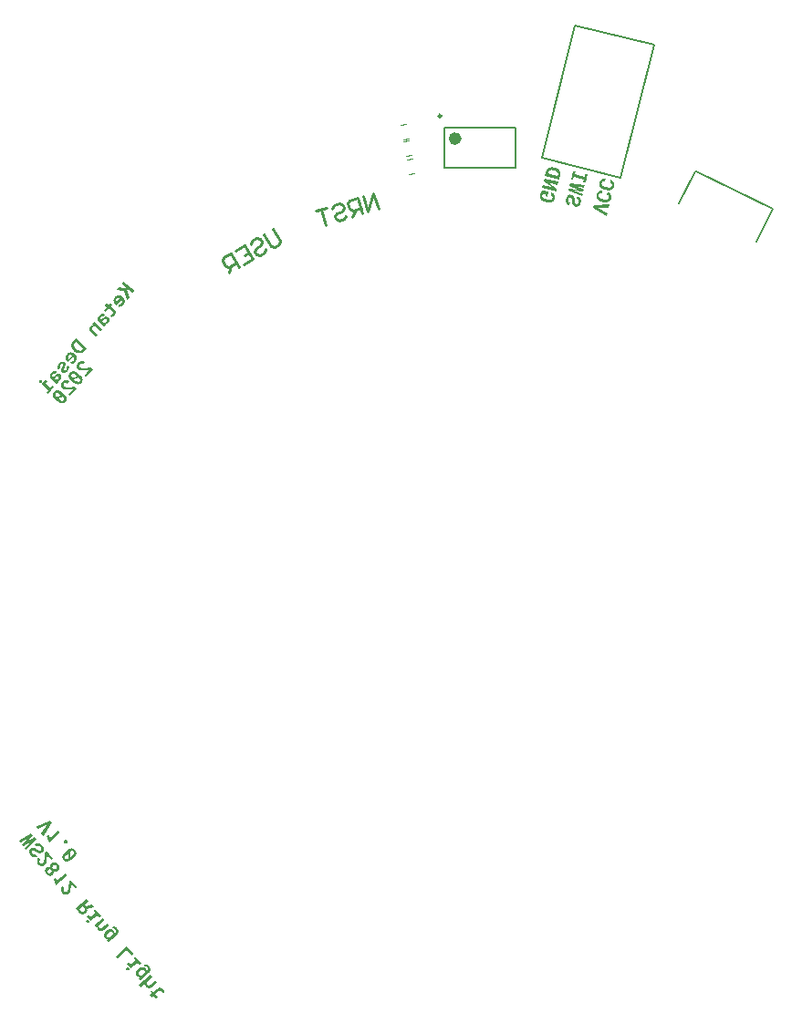
<source format=gbo>
G04*
G04 #@! TF.GenerationSoftware,Altium Limited,Altium Designer,20.1.12 (249)*
G04*
G04 Layer_Color=32896*
%FSLAX25Y25*%
%MOIN*%
G70*
G04*
G04 #@! TF.SameCoordinates,7C2EAEED-1B34-4CDB-9279-0DCC4619808E*
G04*
G04*
G04 #@! TF.FilePolarity,Positive*
G04*
G01*
G75*
%ADD10C,0.01000*%
%ADD11C,0.00394*%
%ADD196C,0.00984*%
%ADD197C,0.02362*%
%ADD198C,0.00787*%
G36*
X-126118Y124836D02*
X-126790Y124036D01*
X-128002Y125052D01*
X-128846Y125024D01*
X-128009Y122583D01*
X-128806Y121634D01*
X-129894Y124998D01*
X-132888Y125144D01*
X-132068Y126121D01*
X-129840Y125955D01*
X-129022Y125909D01*
X-130914Y127496D01*
X-130242Y128297D01*
X-126118Y124836D01*
D02*
G37*
G36*
X-131742Y123228D02*
X-131615Y123206D01*
X-131502Y123184D01*
X-131408Y123166D01*
X-131328Y123146D01*
X-131281Y123131D01*
X-131260Y123126D01*
X-131117Y123066D01*
X-130987Y123005D01*
X-130869Y122930D01*
X-130758Y122861D01*
X-130667Y122797D01*
X-130590Y122745D01*
X-130548Y122709D01*
X-130541Y122703D01*
X-130534Y122697D01*
X-130420Y122602D01*
X-130313Y122500D01*
X-130218Y122396D01*
X-130131Y122299D01*
X-130064Y122206D01*
X-130004Y122120D01*
X-129972Y122057D01*
X-129942Y122020D01*
X-129934Y122001D01*
X-129877Y121868D01*
X-129833Y121747D01*
X-129790Y121626D01*
X-129766Y121510D01*
X-129745Y121420D01*
X-129733Y121349D01*
X-129728Y121297D01*
X-129727Y121284D01*
X-129722Y121146D01*
X-129729Y121008D01*
X-129751Y120881D01*
X-129774Y120767D01*
X-129798Y120667D01*
X-129811Y120594D01*
X-129827Y120546D01*
X-129831Y120526D01*
X-129891Y120383D01*
X-129958Y120246D01*
X-130026Y120122D01*
X-130095Y120011D01*
X-130159Y119920D01*
X-130212Y119843D01*
X-130259Y119786D01*
X-130403Y119629D01*
X-130470Y119564D01*
X-130537Y119512D01*
X-130586Y119469D01*
X-130623Y119439D01*
X-130654Y119417D01*
X-130659Y119410D01*
X-130814Y119298D01*
X-130883Y119259D01*
X-130951Y119220D01*
X-131001Y119189D01*
X-131039Y119173D01*
X-131071Y119164D01*
X-131077Y119157D01*
X-131236Y119097D01*
X-131300Y119078D01*
X-131364Y119059D01*
X-131415Y119042D01*
X-131454Y119038D01*
X-131473Y119030D01*
X-131486Y119029D01*
X-131629Y119003D01*
X-131747Y119006D01*
X-131799Y119001D01*
X-131825Y118999D01*
X-131851Y118997D01*
X-131858Y119003D01*
X-131950Y119756D01*
X-131852Y119758D01*
X-131761Y119766D01*
X-131690Y119779D01*
X-131670Y119774D01*
X-131664Y119781D01*
X-131562Y119817D01*
X-131473Y119851D01*
X-131435Y119867D01*
X-131416Y119875D01*
X-131397Y119884D01*
X-131391Y119891D01*
X-131297Y119945D01*
X-131217Y119998D01*
X-131186Y120020D01*
X-131168Y120042D01*
X-131149Y120050D01*
X-131143Y120057D01*
X-131057Y120130D01*
X-130991Y120195D01*
X-130931Y120266D01*
X-130837Y120392D01*
X-130803Y120448D01*
X-130775Y120509D01*
X-130753Y120551D01*
X-130736Y120585D01*
X-130725Y120612D01*
X-130719Y120619D01*
X-130685Y120747D01*
X-130669Y120867D01*
X-130666Y120913D01*
X-130663Y120946D01*
X-130658Y120966D01*
X-130659Y120979D01*
X-130670Y121109D01*
X-130694Y121226D01*
X-130711Y121276D01*
X-130721Y121308D01*
X-130723Y121335D01*
X-130730Y121341D01*
X-130793Y121466D01*
X-130869Y121578D01*
X-130898Y121615D01*
X-130921Y121645D01*
X-130936Y121670D01*
X-130943Y121676D01*
X-132691Y119593D01*
X-133024Y119872D01*
X-133146Y119987D01*
X-133253Y120089D01*
X-133348Y120192D01*
X-133422Y120291D01*
X-133475Y120371D01*
X-133520Y120433D01*
X-133549Y120470D01*
X-133557Y120489D01*
X-133627Y120608D01*
X-133677Y120735D01*
X-133720Y120843D01*
X-133755Y120944D01*
X-133776Y121035D01*
X-133789Y121106D01*
X-133799Y121151D01*
X-133800Y121164D01*
X-133812Y121294D01*
X-133816Y121418D01*
X-133800Y121538D01*
X-133789Y121637D01*
X-133771Y121731D01*
X-133751Y121798D01*
X-133741Y121839D01*
X-133737Y121859D01*
X-133689Y121988D01*
X-133634Y122111D01*
X-133572Y122228D01*
X-133509Y122332D01*
X-133450Y122416D01*
X-133404Y122485D01*
X-133356Y122542D01*
X-133254Y122649D01*
X-133145Y122751D01*
X-133047Y122838D01*
X-132949Y122913D01*
X-132861Y122960D01*
X-132799Y123004D01*
X-132755Y123028D01*
X-132736Y123036D01*
X-132604Y123094D01*
X-132483Y123137D01*
X-132355Y123175D01*
X-132252Y123197D01*
X-132154Y123212D01*
X-132083Y123225D01*
X-132031Y123229D01*
X-132018Y123230D01*
X-131881Y123236D01*
X-131742Y123228D01*
D02*
G37*
G36*
X-134431Y119966D02*
X-135020Y119265D01*
X-133624Y118093D01*
X-133523Y117997D01*
X-133430Y117907D01*
X-133350Y117815D01*
X-133291Y117742D01*
X-133239Y117674D01*
X-133202Y117631D01*
X-133179Y117587D01*
X-133172Y117581D01*
X-133124Y117481D01*
X-133082Y117386D01*
X-133048Y117297D01*
X-133029Y117220D01*
X-133010Y117156D01*
X-133005Y117104D01*
X-132996Y117071D01*
X-132995Y117058D01*
X-133011Y116867D01*
X-133042Y116700D01*
X-133063Y116632D01*
X-133078Y116585D01*
X-133088Y116545D01*
X-133094Y116538D01*
X-133189Y116352D01*
X-133240Y116262D01*
X-133293Y116185D01*
X-133346Y116122D01*
X-133381Y116066D01*
X-133494Y115931D01*
X-133572Y115852D01*
X-133602Y115817D01*
X-133633Y115795D01*
X-133651Y115773D01*
X-133748Y115686D01*
X-133820Y115614D01*
X-133857Y115585D01*
X-133882Y115569D01*
X-133900Y115548D01*
X-133992Y115468D01*
X-134071Y115402D01*
X-134102Y115379D01*
X-134127Y115364D01*
X-134146Y115356D01*
X-134152Y115349D01*
X-134246Y115295D01*
X-134327Y115254D01*
X-134378Y115237D01*
X-134397Y115229D01*
X-134870Y115759D01*
X-134828Y115795D01*
X-134778Y115826D01*
X-134747Y115848D01*
X-134735Y115862D01*
X-134680Y115913D01*
X-134625Y115951D01*
X-134582Y115987D01*
X-134570Y116001D01*
X-134509Y116059D01*
X-134455Y116110D01*
X-134406Y116154D01*
X-134394Y116168D01*
X-134334Y116226D01*
X-134238Y116339D01*
X-134168Y116437D01*
X-134116Y116514D01*
X-134099Y116548D01*
X-134087Y116562D01*
X-134082Y116583D01*
X-134076Y116590D01*
X-134045Y116684D01*
X-134032Y116758D01*
X-134031Y116817D01*
X-134026Y116837D01*
X-134041Y116934D01*
X-134075Y117023D01*
X-134100Y117080D01*
X-134108Y117099D01*
X-134115Y117105D01*
X-134189Y117203D01*
X-134275Y117288D01*
X-134305Y117325D01*
X-134333Y117348D01*
X-134354Y117366D01*
X-134362Y117372D01*
X-135680Y118478D01*
X-136637Y117337D01*
X-137218Y117825D01*
X-136261Y118966D01*
X-137012Y119596D01*
X-136352Y120382D01*
X-135601Y119752D01*
X-135012Y120454D01*
X-134431Y119966D01*
D02*
G37*
G36*
X-137654Y116428D02*
X-137587Y116420D01*
X-137534Y116412D01*
X-137507Y116401D01*
X-137494Y116402D01*
X-137406Y116377D01*
X-137318Y116339D01*
X-137242Y116299D01*
X-137179Y116259D01*
X-137124Y116225D01*
X-137083Y116202D01*
X-137054Y116178D01*
X-137047Y116172D01*
X-137707Y115385D01*
X-137777Y115432D01*
X-137839Y115472D01*
X-137900Y115487D01*
X-137960Y115501D01*
X-138000Y115511D01*
X-138039Y115507D01*
X-138059Y115512D01*
X-138073Y115511D01*
X-138150Y115491D01*
X-138225Y115458D01*
X-138287Y115414D01*
X-138349Y115369D01*
X-138398Y115325D01*
X-138441Y115289D01*
X-138476Y115246D01*
X-138552Y115141D01*
X-138610Y115044D01*
X-138648Y114955D01*
X-138674Y114881D01*
X-138694Y114813D01*
X-138697Y114767D01*
X-138700Y114734D01*
X-138699Y114721D01*
X-138691Y114630D01*
X-138664Y114547D01*
X-138625Y114465D01*
X-138580Y114403D01*
X-138542Y114347D01*
X-138505Y114305D01*
X-138477Y114281D01*
X-138470Y114275D01*
X-138293Y114126D01*
X-137817Y114693D01*
X-137696Y114809D01*
X-137594Y114916D01*
X-137483Y115005D01*
X-137379Y115086D01*
X-137286Y115153D01*
X-137194Y115220D01*
X-137106Y115267D01*
X-137024Y115307D01*
X-136961Y115339D01*
X-136898Y115371D01*
X-136847Y115389D01*
X-136803Y115412D01*
X-136771Y115421D01*
X-136751Y115417D01*
X-136745Y115424D01*
X-136642Y115446D01*
X-136538Y115455D01*
X-136440Y115457D01*
X-136346Y115439D01*
X-136166Y115409D01*
X-136010Y115350D01*
X-135879Y115276D01*
X-135830Y115248D01*
X-135782Y115219D01*
X-135748Y115202D01*
X-135719Y115179D01*
X-135705Y115167D01*
X-135698Y115161D01*
X-135633Y115094D01*
X-135568Y115028D01*
X-135516Y114960D01*
X-135478Y114904D01*
X-135441Y114848D01*
X-135411Y114812D01*
X-135402Y114780D01*
X-135395Y114774D01*
X-135341Y114608D01*
X-135321Y114531D01*
X-135314Y114452D01*
X-135303Y114394D01*
X-135298Y114342D01*
X-135296Y114316D01*
X-135295Y114303D01*
X-135312Y114124D01*
X-135337Y113965D01*
X-135352Y113904D01*
X-135373Y113850D01*
X-135377Y113817D01*
X-135383Y113810D01*
X-135478Y113624D01*
X-135523Y113541D01*
X-135576Y113464D01*
X-135623Y113408D01*
X-135652Y113359D01*
X-135688Y113317D01*
X-135778Y113224D01*
X-135856Y113144D01*
X-135893Y113115D01*
X-135911Y113094D01*
X-135930Y113085D01*
X-135936Y113078D01*
X-136035Y113004D01*
X-136122Y112957D01*
X-136153Y112935D01*
X-136178Y112919D01*
X-136191Y112918D01*
X-136197Y112911D01*
X-136298Y112863D01*
X-136381Y112836D01*
X-136445Y112817D01*
X-136458Y112816D01*
X-136464Y112809D01*
X-136567Y112787D01*
X-136651Y112773D01*
X-136703Y112768D01*
X-136729Y112766D01*
X-136685Y112704D01*
X-136641Y112656D01*
X-136611Y112619D01*
X-136597Y112607D01*
X-136559Y112551D01*
X-136535Y112494D01*
X-136512Y112463D01*
X-136511Y112450D01*
X-137183Y111650D01*
X-137226Y111685D01*
X-137288Y111798D01*
X-137356Y111904D01*
X-137380Y111948D01*
X-137402Y111978D01*
X-137418Y112003D01*
X-137425Y112009D01*
X-137483Y112070D01*
X-137548Y112136D01*
X-137605Y112197D01*
X-137676Y112256D01*
X-137727Y112311D01*
X-137769Y112347D01*
X-137798Y112371D01*
X-137812Y112382D01*
X-139130Y113488D01*
X-139216Y113573D01*
X-139302Y113657D01*
X-139368Y113737D01*
X-139414Y113811D01*
X-139453Y113880D01*
X-139484Y113930D01*
X-139506Y113961D01*
X-139507Y113974D01*
X-139542Y114076D01*
X-139578Y114178D01*
X-139599Y114268D01*
X-139607Y114359D01*
X-139612Y114424D01*
X-139618Y114490D01*
X-139614Y114523D01*
X-139615Y114536D01*
X-139582Y114749D01*
X-139558Y114849D01*
X-139532Y114937D01*
X-139506Y115012D01*
X-139485Y115066D01*
X-139475Y115106D01*
X-139463Y115120D01*
X-139357Y115333D01*
X-139294Y115437D01*
X-139236Y115521D01*
X-139183Y115598D01*
X-139005Y115810D01*
X-138907Y115898D01*
X-138823Y115984D01*
X-138737Y116057D01*
X-138670Y116109D01*
X-138614Y116147D01*
X-138583Y116169D01*
X-138564Y116177D01*
X-138464Y116238D01*
X-138364Y116287D01*
X-138269Y116328D01*
X-138180Y116362D01*
X-138110Y116388D01*
X-138052Y116399D01*
X-138020Y116409D01*
X-138007Y116410D01*
X-137910Y116425D01*
X-137818Y116433D01*
X-137733Y116434D01*
X-137654Y116428D01*
D02*
G37*
G36*
X-137825Y110884D02*
X-138485Y110098D01*
X-140661Y111923D01*
X-140818Y111922D01*
X-140949Y111911D01*
X-140999Y111893D01*
X-141045Y111883D01*
X-141071Y111881D01*
X-141077Y111873D01*
X-141153Y111841D01*
X-141221Y111802D01*
X-141345Y111712D01*
X-141381Y111670D01*
X-141417Y111640D01*
X-141447Y111605D01*
X-141517Y111507D01*
X-141576Y111423D01*
X-141592Y111389D01*
X-141610Y111367D01*
X-141615Y111347D01*
X-141621Y111340D01*
X-141658Y111238D01*
X-141677Y111158D01*
X-141679Y111099D01*
X-141676Y111073D01*
X-141661Y110975D01*
X-141640Y110885D01*
X-141624Y110847D01*
X-141608Y110822D01*
X-141600Y110803D01*
X-141593Y110798D01*
X-141525Y110692D01*
X-141431Y110602D01*
X-141395Y110559D01*
X-141359Y110529D01*
X-141338Y110511D01*
X-141331Y110505D01*
X-139460Y108936D01*
X-140120Y108149D01*
X-142005Y109731D01*
X-142126Y109832D01*
X-142220Y109935D01*
X-142313Y110025D01*
X-142386Y110111D01*
X-142438Y110179D01*
X-142476Y110234D01*
X-142506Y110271D01*
X-142507Y110284D01*
X-142568Y110384D01*
X-142609Y110479D01*
X-142644Y110581D01*
X-142664Y110658D01*
X-142690Y110728D01*
X-142695Y110780D01*
X-142704Y110812D01*
X-142705Y110825D01*
X-142713Y110916D01*
X-142715Y111014D01*
X-142703Y111101D01*
X-142684Y111181D01*
X-142669Y111242D01*
X-142654Y111289D01*
X-142644Y111329D01*
X-142638Y111336D01*
X-142556Y111521D01*
X-142511Y111604D01*
X-142464Y111673D01*
X-142424Y111736D01*
X-142352Y111821D01*
X-142256Y111921D01*
X-142165Y112002D01*
X-142066Y112076D01*
X-141985Y112129D01*
X-141911Y112175D01*
X-141848Y112207D01*
X-141810Y112223D01*
X-141791Y112231D01*
X-141670Y112275D01*
X-141548Y112305D01*
X-141431Y112328D01*
X-141327Y112338D01*
X-141229Y112339D01*
X-141157Y112339D01*
X-141111Y112337D01*
X-141097Y112338D01*
X-141487Y112737D01*
X-140886Y113453D01*
X-137825Y110884D01*
D02*
G37*
G36*
X-143623Y103975D02*
X-144556Y102863D01*
X-144682Y102727D01*
X-144809Y102604D01*
X-144931Y102502D01*
X-145049Y102419D01*
X-145148Y102345D01*
X-145222Y102299D01*
X-145272Y102269D01*
X-145291Y102260D01*
X-145449Y102187D01*
X-145602Y102135D01*
X-145743Y102096D01*
X-145878Y102065D01*
X-145988Y102048D01*
X-146072Y102034D01*
X-146131Y102023D01*
X-146151Y102027D01*
X-146321Y102026D01*
X-146480Y102038D01*
X-146633Y102058D01*
X-146766Y102085D01*
X-146887Y102114D01*
X-146975Y102139D01*
X-147029Y102161D01*
X-147042Y102160D01*
X-147049Y102166D01*
X-147219Y102236D01*
X-147378Y102321D01*
X-147529Y102399D01*
X-147654Y102480D01*
X-147767Y102562D01*
X-147851Y102621D01*
X-147879Y102645D01*
X-147900Y102662D01*
X-147914Y102674D01*
X-147921Y102680D01*
X-148261Y102966D01*
X-148411Y103103D01*
X-148541Y103237D01*
X-148651Y103365D01*
X-148747Y103481D01*
X-148821Y103580D01*
X-148874Y103661D01*
X-148896Y103691D01*
X-148911Y103716D01*
X-148913Y103729D01*
X-148920Y103735D01*
X-149006Y103892D01*
X-149065Y104051D01*
X-149117Y104191D01*
X-149149Y104326D01*
X-149178Y104435D01*
X-149199Y104525D01*
X-149204Y104577D01*
X-149206Y104603D01*
X-149221Y104773D01*
X-149221Y104930D01*
X-149209Y105089D01*
X-149194Y105221D01*
X-149171Y105335D01*
X-149146Y105422D01*
X-149132Y105483D01*
X-149133Y105496D01*
X-149127Y105503D01*
X-149069Y105672D01*
X-148998Y105830D01*
X-148912Y105975D01*
X-148838Y106106D01*
X-148762Y106211D01*
X-148704Y106295D01*
X-147747Y107436D01*
X-143623Y103975D01*
D02*
G37*
G36*
X-149258Y102353D02*
X-149132Y102331D01*
X-149018Y102308D01*
X-148925Y102290D01*
X-148844Y102271D01*
X-148797Y102256D01*
X-148777Y102251D01*
X-148634Y102191D01*
X-148503Y102130D01*
X-148385Y102055D01*
X-148274Y101986D01*
X-148183Y101922D01*
X-148107Y101869D01*
X-148064Y101834D01*
X-148057Y101828D01*
X-148050Y101822D01*
X-147936Y101727D01*
X-147829Y101625D01*
X-147735Y101521D01*
X-147647Y101424D01*
X-147580Y101331D01*
X-147520Y101245D01*
X-147488Y101182D01*
X-147459Y101145D01*
X-147450Y101126D01*
X-147393Y100993D01*
X-147350Y100872D01*
X-147306Y100751D01*
X-147283Y100635D01*
X-147262Y100545D01*
X-147249Y100474D01*
X-147245Y100422D01*
X-147243Y100409D01*
X-147238Y100271D01*
X-147245Y100133D01*
X-147267Y100006D01*
X-147290Y99892D01*
X-147314Y99792D01*
X-147327Y99718D01*
X-147343Y99671D01*
X-147348Y99651D01*
X-147407Y99508D01*
X-147474Y99371D01*
X-147542Y99247D01*
X-147611Y99136D01*
X-147676Y99045D01*
X-147728Y98968D01*
X-147775Y98911D01*
X-147919Y98754D01*
X-147986Y98689D01*
X-148054Y98637D01*
X-148102Y98594D01*
X-148139Y98564D01*
X-148170Y98542D01*
X-148176Y98535D01*
X-148330Y98423D01*
X-148399Y98384D01*
X-148468Y98345D01*
X-148518Y98314D01*
X-148556Y98298D01*
X-148588Y98289D01*
X-148594Y98281D01*
X-148752Y98222D01*
X-148817Y98203D01*
X-148881Y98184D01*
X-148932Y98167D01*
X-148971Y98163D01*
X-148990Y98155D01*
X-149003Y98154D01*
X-149145Y98128D01*
X-149263Y98131D01*
X-149315Y98126D01*
X-149341Y98124D01*
X-149367Y98122D01*
X-149375Y98128D01*
X-149467Y98881D01*
X-149369Y98883D01*
X-149277Y98891D01*
X-149206Y98904D01*
X-149186Y98899D01*
X-149180Y98906D01*
X-149078Y98942D01*
X-148989Y98976D01*
X-148951Y98992D01*
X-148932Y99000D01*
X-148913Y99009D01*
X-148907Y99016D01*
X-148814Y99070D01*
X-148733Y99123D01*
X-148702Y99145D01*
X-148684Y99166D01*
X-148665Y99175D01*
X-148659Y99182D01*
X-148574Y99255D01*
X-148507Y99320D01*
X-148448Y99391D01*
X-148354Y99517D01*
X-148319Y99573D01*
X-148292Y99634D01*
X-148269Y99676D01*
X-148252Y99710D01*
X-148242Y99737D01*
X-148236Y99744D01*
X-148201Y99872D01*
X-148185Y99991D01*
X-148183Y100038D01*
X-148179Y100071D01*
X-148174Y100091D01*
X-148175Y100104D01*
X-148187Y100234D01*
X-148210Y100350D01*
X-148228Y100401D01*
X-148237Y100433D01*
X-148239Y100459D01*
X-148246Y100465D01*
X-148310Y100591D01*
X-148385Y100703D01*
X-148415Y100740D01*
X-148437Y100770D01*
X-148452Y100795D01*
X-148459Y100801D01*
X-150207Y98718D01*
X-150541Y98997D01*
X-150662Y99112D01*
X-150770Y99214D01*
X-150864Y99317D01*
X-150938Y99416D01*
X-150991Y99496D01*
X-151036Y99558D01*
X-151066Y99595D01*
X-151074Y99614D01*
X-151143Y99733D01*
X-151194Y99859D01*
X-151236Y99967D01*
X-151271Y100069D01*
X-151292Y100160D01*
X-151305Y100231D01*
X-151315Y100276D01*
X-151317Y100289D01*
X-151328Y100419D01*
X-151332Y100543D01*
X-151317Y100663D01*
X-151306Y100762D01*
X-151287Y100856D01*
X-151267Y100923D01*
X-151258Y100963D01*
X-151253Y100984D01*
X-151205Y101113D01*
X-151150Y101236D01*
X-151088Y101353D01*
X-151025Y101457D01*
X-150967Y101541D01*
X-150920Y101610D01*
X-150873Y101667D01*
X-150770Y101774D01*
X-150661Y101876D01*
X-150564Y101963D01*
X-150465Y102037D01*
X-150377Y102085D01*
X-150316Y102129D01*
X-150272Y102153D01*
X-150253Y102161D01*
X-150120Y102219D01*
X-149999Y102262D01*
X-149871Y102299D01*
X-149768Y102322D01*
X-149671Y102337D01*
X-149600Y102349D01*
X-149547Y102354D01*
X-149534Y102355D01*
X-149397Y102361D01*
X-149258Y102353D01*
D02*
G37*
G36*
X-145247Y99156D02*
X-145127Y99140D01*
X-145028Y99129D01*
X-144934Y99111D01*
X-144874Y99097D01*
X-144834Y99087D01*
X-144814Y99082D01*
X-144692Y99040D01*
X-144582Y98984D01*
X-144479Y98934D01*
X-144395Y98876D01*
X-144318Y98824D01*
X-144263Y98789D01*
X-144227Y98759D01*
X-144213Y98747D01*
X-144873Y97961D01*
X-144992Y98049D01*
X-145110Y98124D01*
X-145219Y98167D01*
X-145314Y98198D01*
X-145394Y98217D01*
X-145454Y98219D01*
X-145494Y98228D01*
X-145507Y98227D01*
X-145630Y98210D01*
X-145738Y98168D01*
X-145839Y98119D01*
X-145925Y98059D01*
X-145999Y98000D01*
X-146054Y97949D01*
X-146101Y97893D01*
X-146166Y97802D01*
X-146211Y97719D01*
X-146228Y97685D01*
X-146238Y97658D01*
X-146237Y97645D01*
X-146243Y97637D01*
X-146267Y97537D01*
X-146279Y97450D01*
X-146281Y97391D01*
X-146285Y97371D01*
X-146278Y97365D01*
X-146263Y97268D01*
X-146223Y97186D01*
X-146199Y97129D01*
X-146191Y97110D01*
X-146183Y97104D01*
X-146122Y97005D01*
X-146050Y96932D01*
X-146028Y96901D01*
X-145999Y96877D01*
X-145985Y96866D01*
X-145978Y96860D01*
X-145901Y96807D01*
X-145832Y96761D01*
X-145776Y96726D01*
X-145763Y96727D01*
X-145756Y96722D01*
X-145654Y96684D01*
X-145567Y96659D01*
X-145520Y96657D01*
X-145493Y96646D01*
X-145467Y96648D01*
X-145460Y96642D01*
X-145327Y96628D01*
X-145201Y96606D01*
X-145142Y96605D01*
X-145101Y96595D01*
X-145075Y96597D01*
X-145062Y96598D01*
X-144885Y96594D01*
X-144714Y96596D01*
X-144649Y96602D01*
X-144590Y96600D01*
X-144551Y96604D01*
X-144538Y96605D01*
X-141975Y96737D01*
X-141444Y96291D01*
X-143810Y93471D01*
X-144441Y94000D01*
X-142919Y95814D01*
X-144395Y95724D01*
X-144663Y95707D01*
X-144774Y95704D01*
X-144878Y95695D01*
X-144964Y95694D01*
X-145036Y95695D01*
X-145075Y95691D01*
X-145088Y95690D01*
X-145325Y95696D01*
X-145423Y95693D01*
X-145516Y95699D01*
X-145589Y95712D01*
X-145648Y95713D01*
X-145681Y95717D01*
X-145694Y95716D01*
X-145894Y95751D01*
X-145988Y95769D01*
X-146062Y95795D01*
X-146123Y95810D01*
X-146177Y95831D01*
X-146210Y95835D01*
X-146217Y95841D01*
X-146389Y95924D01*
X-146464Y95964D01*
X-146534Y96010D01*
X-146590Y96044D01*
X-146625Y96074D01*
X-146653Y96098D01*
X-146660Y96104D01*
X-146760Y96187D01*
X-146840Y96279D01*
X-146913Y96364D01*
X-146972Y96438D01*
X-147017Y96500D01*
X-147055Y96555D01*
X-147077Y96586D01*
X-147078Y96599D01*
X-147133Y96706D01*
X-147175Y96801D01*
X-147203Y96897D01*
X-147224Y96987D01*
X-147236Y97058D01*
X-147248Y97116D01*
X-147251Y97155D01*
X-147253Y97168D01*
X-147256Y97280D01*
X-147246Y97392D01*
X-147235Y97492D01*
X-147211Y97592D01*
X-147192Y97673D01*
X-147177Y97733D01*
X-147161Y97767D01*
X-147156Y97787D01*
X-147107Y97903D01*
X-147058Y98019D01*
X-146989Y98130D01*
X-146925Y98221D01*
X-146872Y98298D01*
X-146826Y98368D01*
X-146784Y98417D01*
X-146676Y98532D01*
X-146574Y98639D01*
X-146463Y98728D01*
X-146378Y98801D01*
X-146297Y98854D01*
X-146228Y98893D01*
X-146191Y98922D01*
X-146172Y98931D01*
X-146047Y98994D01*
X-145926Y99037D01*
X-145811Y99074D01*
X-145709Y99109D01*
X-145625Y99123D01*
X-145554Y99136D01*
X-145509Y99146D01*
X-145495Y99147D01*
X-145365Y99159D01*
X-145247Y99156D01*
D02*
G37*
G36*
X-152311Y98974D02*
X-152239Y98974D01*
X-152186Y98965D01*
X-152158Y98954D01*
X-152146Y98956D01*
X-152058Y98930D01*
X-151976Y98898D01*
X-151895Y98866D01*
X-151839Y98831D01*
X-151784Y98797D01*
X-151742Y98774D01*
X-151714Y98750D01*
X-151707Y98744D01*
X-151642Y98678D01*
X-151584Y98617D01*
X-151539Y98555D01*
X-151495Y98494D01*
X-151464Y98444D01*
X-151447Y98406D01*
X-151438Y98374D01*
X-151431Y98368D01*
X-151390Y98201D01*
X-151377Y98058D01*
X-151372Y97992D01*
X-151374Y97946D01*
X-151378Y97913D01*
X-151377Y97900D01*
X-151406Y97707D01*
X-151424Y97614D01*
X-151449Y97526D01*
X-151470Y97459D01*
X-151484Y97398D01*
X-151501Y97364D01*
X-151500Y97351D01*
X-151586Y97133D01*
X-151636Y97030D01*
X-151680Y96935D01*
X-151719Y96859D01*
X-151752Y96790D01*
X-151769Y96756D01*
X-151781Y96742D01*
X-151832Y96652D01*
X-151872Y96576D01*
X-151911Y96501D01*
X-151946Y96445D01*
X-151961Y96398D01*
X-151984Y96356D01*
X-151989Y96336D01*
X-151995Y96329D01*
X-152043Y96213D01*
X-152081Y96112D01*
X-152091Y96084D01*
X-152095Y96051D01*
X-152094Y96038D01*
X-152100Y96031D01*
X-152112Y95945D01*
X-152106Y95880D01*
X-152090Y95842D01*
X-152089Y95829D01*
X-152064Y95772D01*
X-152034Y95735D01*
X-152012Y95704D01*
X-151998Y95692D01*
X-151942Y95658D01*
X-151881Y95630D01*
X-151815Y95623D01*
X-151755Y95621D01*
X-151703Y95626D01*
X-151658Y95636D01*
X-151639Y95645D01*
X-151626Y95646D01*
X-151544Y95686D01*
X-151464Y95739D01*
X-151316Y95857D01*
X-151256Y95915D01*
X-151207Y95958D01*
X-151165Y96008D01*
X-151095Y96106D01*
X-151037Y96190D01*
X-151007Y96225D01*
X-150996Y96253D01*
X-150979Y96274D01*
X-150935Y96383D01*
X-150904Y96477D01*
X-150888Y96512D01*
X-150884Y96545D01*
X-150885Y96558D01*
X-150879Y96565D01*
X-150875Y96670D01*
X-150876Y96755D01*
X-150888Y96813D01*
X-150890Y96840D01*
X-150931Y96934D01*
X-150990Y97008D01*
X-151020Y97045D01*
X-151035Y97070D01*
X-151049Y97082D01*
X-151056Y97088D01*
X-150426Y97839D01*
X-150361Y97772D01*
X-150296Y97706D01*
X-150244Y97638D01*
X-150206Y97569D01*
X-150175Y97519D01*
X-150151Y97475D01*
X-150129Y97445D01*
X-150128Y97431D01*
X-150094Y97343D01*
X-150066Y97247D01*
X-150051Y97149D01*
X-150037Y97065D01*
X-150024Y96994D01*
X-150025Y96935D01*
X-150022Y96896D01*
X-150021Y96883D01*
X-150031Y96770D01*
X-150046Y96651D01*
X-150070Y96550D01*
X-150094Y96450D01*
X-150120Y96362D01*
X-150140Y96295D01*
X-150157Y96260D01*
X-150162Y96240D01*
X-150216Y96117D01*
X-150284Y95993D01*
X-150359Y95875D01*
X-150429Y95777D01*
X-150494Y95686D01*
X-150540Y95616D01*
X-150683Y95446D01*
X-150785Y95339D01*
X-150877Y95258D01*
X-150962Y95185D01*
X-151029Y95120D01*
X-151090Y95076D01*
X-151121Y95053D01*
X-151133Y95039D01*
X-151239Y94971D01*
X-151339Y94909D01*
X-151433Y94868D01*
X-151515Y94828D01*
X-151585Y94802D01*
X-151642Y94778D01*
X-151674Y94768D01*
X-151687Y94767D01*
X-151790Y94745D01*
X-151887Y94730D01*
X-151973Y94729D01*
X-152058Y94728D01*
X-152117Y94730D01*
X-152171Y94738D01*
X-152204Y94742D01*
X-152217Y94741D01*
X-152310Y94759D01*
X-152392Y94791D01*
X-152473Y94823D01*
X-152543Y94870D01*
X-152599Y94904D01*
X-152640Y94927D01*
X-152668Y94951D01*
X-152675Y94957D01*
X-152747Y95029D01*
X-152812Y95096D01*
X-152864Y95163D01*
X-152903Y95232D01*
X-152928Y95289D01*
X-152951Y95333D01*
X-152967Y95358D01*
X-152968Y95371D01*
X-153010Y95551D01*
X-153017Y95629D01*
X-153024Y95707D01*
X-153023Y95780D01*
X-153021Y95826D01*
X-153017Y95859D01*
X-153018Y95872D01*
X-152983Y96072D01*
X-152952Y96167D01*
X-152927Y96254D01*
X-152901Y96329D01*
X-152879Y96383D01*
X-152869Y96424D01*
X-152858Y96438D01*
X-152753Y96663D01*
X-152695Y96760D01*
X-152651Y96856D01*
X-152606Y96939D01*
X-152571Y96995D01*
X-152549Y97036D01*
X-152537Y97050D01*
X-152492Y97133D01*
X-152451Y97195D01*
X-152418Y97264D01*
X-152383Y97320D01*
X-152361Y97361D01*
X-152344Y97395D01*
X-152339Y97415D01*
X-152333Y97422D01*
X-152290Y97531D01*
X-152271Y97612D01*
X-152257Y97672D01*
X-152258Y97685D01*
X-152252Y97692D01*
X-152251Y97764D01*
X-152257Y97830D01*
X-152274Y97868D01*
X-152275Y97881D01*
X-152312Y97936D01*
X-152342Y97973D01*
X-152364Y98004D01*
X-152378Y98016D01*
X-152441Y98056D01*
X-152496Y98078D01*
X-152615Y98094D01*
X-152667Y98089D01*
X-152713Y98092D01*
X-152732Y98084D01*
X-152745Y98082D01*
X-152828Y98055D01*
X-152909Y98002D01*
X-153050Y97891D01*
X-153111Y97834D01*
X-153160Y97790D01*
X-153195Y97747D01*
X-153272Y97642D01*
X-153335Y97538D01*
X-153380Y97456D01*
X-153412Y97374D01*
X-153426Y97301D01*
X-153435Y97260D01*
X-153439Y97227D01*
X-153438Y97214D01*
X-153430Y97123D01*
X-153410Y97046D01*
X-153384Y96976D01*
X-153353Y96926D01*
X-153323Y96876D01*
X-153293Y96839D01*
X-153272Y96822D01*
X-153265Y96816D01*
X-153925Y96029D01*
X-153997Y96102D01*
X-154062Y96168D01*
X-154121Y96242D01*
X-154165Y96303D01*
X-154197Y96366D01*
X-154221Y96410D01*
X-154236Y96435D01*
X-154237Y96448D01*
X-154271Y96537D01*
X-154299Y96633D01*
X-154307Y96724D01*
X-154321Y96809D01*
X-154327Y96874D01*
X-154326Y96933D01*
X-154322Y96966D01*
X-154323Y96979D01*
X-154313Y97092D01*
X-154296Y97198D01*
X-154272Y97299D01*
X-154241Y97393D01*
X-154215Y97468D01*
X-154187Y97529D01*
X-154178Y97570D01*
X-154166Y97584D01*
X-154111Y97707D01*
X-154042Y97818D01*
X-153979Y97922D01*
X-153916Y98026D01*
X-153850Y98104D01*
X-153810Y98167D01*
X-153667Y98336D01*
X-153570Y98424D01*
X-153479Y98517D01*
X-153400Y98583D01*
X-153326Y98642D01*
X-153270Y98680D01*
X-153240Y98702D01*
X-153221Y98711D01*
X-153121Y98772D01*
X-153020Y98820D01*
X-152925Y98861D01*
X-152843Y98901D01*
X-152773Y98927D01*
X-152715Y98939D01*
X-152683Y98948D01*
X-152670Y98949D01*
X-152573Y98964D01*
X-152476Y98979D01*
X-152391Y98980D01*
X-152311Y98974D01*
D02*
G37*
G36*
X-155170Y95552D02*
X-155104Y95545D01*
X-155051Y95537D01*
X-155023Y95526D01*
X-155010Y95527D01*
X-154923Y95502D01*
X-154834Y95464D01*
X-154758Y95424D01*
X-154696Y95384D01*
X-154640Y95349D01*
X-154599Y95327D01*
X-154570Y95303D01*
X-154563Y95297D01*
X-155223Y94511D01*
X-155293Y94557D01*
X-155356Y94597D01*
X-155416Y94612D01*
X-155476Y94626D01*
X-155517Y94636D01*
X-155556Y94632D01*
X-155576Y94637D01*
X-155589Y94636D01*
X-155666Y94616D01*
X-155742Y94583D01*
X-155804Y94538D01*
X-155865Y94494D01*
X-155914Y94450D01*
X-155957Y94414D01*
X-155992Y94371D01*
X-156069Y94266D01*
X-156126Y94169D01*
X-156164Y94080D01*
X-156190Y94006D01*
X-156211Y93938D01*
X-156213Y93892D01*
X-156217Y93859D01*
X-156216Y93846D01*
X-156208Y93755D01*
X-156181Y93672D01*
X-156141Y93590D01*
X-156096Y93528D01*
X-156058Y93472D01*
X-156022Y93429D01*
X-155993Y93406D01*
X-155986Y93400D01*
X-155809Y93251D01*
X-155333Y93818D01*
X-155212Y93934D01*
X-155110Y94041D01*
X-155000Y94130D01*
X-154895Y94211D01*
X-154803Y94278D01*
X-154710Y94345D01*
X-154622Y94392D01*
X-154540Y94432D01*
X-154477Y94464D01*
X-154414Y94496D01*
X-154364Y94513D01*
X-154320Y94537D01*
X-154288Y94546D01*
X-154268Y94542D01*
X-154262Y94549D01*
X-154158Y94571D01*
X-154054Y94580D01*
X-153956Y94582D01*
X-153862Y94564D01*
X-153682Y94534D01*
X-153526Y94475D01*
X-153395Y94401D01*
X-153347Y94373D01*
X-153298Y94344D01*
X-153264Y94327D01*
X-153235Y94304D01*
X-153221Y94292D01*
X-153214Y94286D01*
X-153149Y94219D01*
X-153084Y94153D01*
X-153033Y94085D01*
X-152995Y94029D01*
X-152957Y93973D01*
X-152928Y93937D01*
X-152918Y93905D01*
X-152911Y93899D01*
X-152857Y93733D01*
X-152837Y93656D01*
X-152831Y93577D01*
X-152819Y93519D01*
X-152814Y93467D01*
X-152812Y93441D01*
X-152811Y93428D01*
X-152828Y93249D01*
X-152854Y93089D01*
X-152868Y93029D01*
X-152890Y92975D01*
X-152893Y92942D01*
X-152899Y92935D01*
X-152994Y92749D01*
X-153040Y92666D01*
X-153092Y92589D01*
X-153140Y92533D01*
X-153168Y92484D01*
X-153204Y92442D01*
X-153294Y92348D01*
X-153373Y92269D01*
X-153410Y92240D01*
X-153427Y92219D01*
X-153446Y92210D01*
X-153452Y92203D01*
X-153551Y92129D01*
X-153639Y92082D01*
X-153670Y92059D01*
X-153694Y92044D01*
X-153707Y92043D01*
X-153713Y92036D01*
X-153814Y91988D01*
X-153897Y91961D01*
X-153961Y91942D01*
X-153974Y91941D01*
X-153980Y91934D01*
X-154083Y91912D01*
X-154167Y91898D01*
X-154220Y91893D01*
X-154246Y91891D01*
X-154201Y91829D01*
X-154157Y91781D01*
X-154128Y91744D01*
X-154113Y91732D01*
X-154076Y91676D01*
X-154051Y91619D01*
X-154029Y91588D01*
X-154028Y91575D01*
X-154700Y90774D01*
X-154742Y90810D01*
X-154804Y90923D01*
X-154873Y91028D01*
X-154896Y91072D01*
X-154919Y91103D01*
X-154934Y91128D01*
X-154941Y91134D01*
X-154999Y91195D01*
X-155064Y91261D01*
X-155122Y91322D01*
X-155192Y91381D01*
X-155243Y91436D01*
X-155286Y91472D01*
X-155314Y91495D01*
X-155328Y91507D01*
X-156646Y92613D01*
X-156732Y92698D01*
X-156819Y92782D01*
X-156885Y92861D01*
X-156931Y92936D01*
X-156969Y93005D01*
X-157000Y93055D01*
X-157022Y93086D01*
X-157024Y93099D01*
X-157059Y93201D01*
X-157094Y93303D01*
X-157115Y93393D01*
X-157123Y93484D01*
X-157129Y93549D01*
X-157134Y93615D01*
X-157131Y93648D01*
X-157132Y93661D01*
X-157098Y93874D01*
X-157074Y93974D01*
X-157049Y94062D01*
X-157022Y94136D01*
X-157001Y94191D01*
X-156991Y94231D01*
X-156979Y94245D01*
X-156873Y94458D01*
X-156810Y94562D01*
X-156752Y94646D01*
X-156700Y94723D01*
X-156521Y94935D01*
X-156424Y95023D01*
X-156339Y95109D01*
X-156254Y95182D01*
X-156186Y95234D01*
X-156130Y95271D01*
X-156099Y95294D01*
X-156080Y95302D01*
X-155981Y95363D01*
X-155880Y95412D01*
X-155785Y95453D01*
X-155696Y95487D01*
X-155626Y95513D01*
X-155568Y95524D01*
X-155536Y95534D01*
X-155523Y95535D01*
X-155426Y95550D01*
X-155335Y95558D01*
X-155249Y95559D01*
X-155170Y95552D01*
D02*
G37*
G36*
X-160378Y92339D02*
X-160312Y92332D01*
X-160265Y92329D01*
X-160252Y92331D01*
X-160245Y92325D01*
X-160177Y92291D01*
X-160114Y92251D01*
X-160066Y92222D01*
X-160058Y92216D01*
X-160051Y92210D01*
X-159994Y92150D01*
X-159943Y92095D01*
X-159913Y92058D01*
X-159912Y92045D01*
X-159905Y92039D01*
X-159872Y91963D01*
X-159853Y91899D01*
X-159849Y91847D01*
X-159848Y91834D01*
X-159854Y91755D01*
X-159861Y91689D01*
X-159877Y91641D01*
X-159882Y91621D01*
X-159921Y91545D01*
X-159968Y91476D01*
X-160002Y91420D01*
X-160014Y91406D01*
X-160080Y91341D01*
X-160148Y91289D01*
X-160210Y91244D01*
X-160273Y91213D01*
X-160324Y91195D01*
X-160369Y91185D01*
X-160388Y91176D01*
X-160401Y91175D01*
X-160486Y91174D01*
X-160559Y91188D01*
X-160633Y91201D01*
X-160694Y91228D01*
X-160743Y91257D01*
X-160784Y91280D01*
X-160805Y91297D01*
X-160812Y91303D01*
X-160870Y91364D01*
X-160922Y91431D01*
X-160954Y91494D01*
X-160979Y91551D01*
X-160996Y91602D01*
X-161000Y91641D01*
X-161002Y91667D01*
X-161003Y91681D01*
X-161004Y91766D01*
X-160991Y91839D01*
X-160964Y91914D01*
X-160937Y91975D01*
X-160902Y92031D01*
X-160880Y92072D01*
X-160850Y92108D01*
X-160777Y92180D01*
X-160723Y92230D01*
X-160673Y92261D01*
X-160660Y92262D01*
X-160654Y92269D01*
X-160578Y92302D01*
X-160521Y92327D01*
X-160469Y92331D01*
X-160450Y92339D01*
X-160378Y92339D01*
D02*
G37*
G36*
X-151085Y92198D02*
X-150966Y92182D01*
X-150866Y92171D01*
X-150773Y92153D01*
X-150713Y92138D01*
X-150672Y92129D01*
X-150652Y92124D01*
X-150530Y92082D01*
X-150420Y92026D01*
X-150318Y91976D01*
X-150234Y91918D01*
X-150157Y91865D01*
X-150101Y91831D01*
X-150066Y91801D01*
X-150052Y91789D01*
X-150712Y91003D01*
X-150831Y91091D01*
X-150949Y91166D01*
X-151058Y91209D01*
X-151153Y91240D01*
X-151233Y91259D01*
X-151292Y91260D01*
X-151333Y91270D01*
X-151346Y91269D01*
X-151469Y91251D01*
X-151577Y91209D01*
X-151678Y91161D01*
X-151764Y91101D01*
X-151838Y91042D01*
X-151893Y90991D01*
X-151940Y90934D01*
X-152004Y90843D01*
X-152050Y90761D01*
X-152066Y90726D01*
X-152077Y90699D01*
X-152076Y90686D01*
X-152082Y90679D01*
X-152106Y90579D01*
X-152118Y90492D01*
X-152120Y90433D01*
X-152124Y90413D01*
X-152117Y90407D01*
X-152102Y90310D01*
X-152062Y90228D01*
X-152038Y90171D01*
X-152029Y90152D01*
X-152022Y90146D01*
X-151961Y90046D01*
X-151889Y89974D01*
X-151866Y89943D01*
X-151838Y89919D01*
X-151824Y89907D01*
X-151817Y89901D01*
X-151740Y89849D01*
X-151670Y89802D01*
X-151615Y89768D01*
X-151602Y89769D01*
X-151595Y89763D01*
X-151493Y89726D01*
X-151405Y89701D01*
X-151359Y89698D01*
X-151332Y89688D01*
X-151306Y89690D01*
X-151299Y89684D01*
X-151166Y89669D01*
X-151040Y89648D01*
X-150980Y89646D01*
X-150940Y89636D01*
X-150914Y89639D01*
X-150901Y89640D01*
X-150724Y89636D01*
X-150553Y89638D01*
X-150488Y89643D01*
X-150428Y89642D01*
X-150390Y89645D01*
X-150376Y89647D01*
X-147814Y89779D01*
X-147283Y89333D01*
X-149649Y86513D01*
X-150280Y87042D01*
X-148758Y88856D01*
X-150234Y88766D01*
X-150502Y88749D01*
X-150613Y88746D01*
X-150717Y88737D01*
X-150802Y88736D01*
X-150875Y88736D01*
X-150914Y88733D01*
X-150927Y88732D01*
X-151164Y88737D01*
X-151262Y88735D01*
X-151354Y88740D01*
X-151428Y88753D01*
X-151487Y88755D01*
X-151520Y88758D01*
X-151533Y88757D01*
X-151733Y88792D01*
X-151827Y88810D01*
X-151901Y88837D01*
X-151961Y88851D01*
X-152016Y88873D01*
X-152049Y88876D01*
X-152056Y88882D01*
X-152227Y88966D01*
X-152303Y89005D01*
X-152373Y89052D01*
X-152428Y89086D01*
X-152464Y89116D01*
X-152492Y89140D01*
X-152499Y89146D01*
X-152599Y89229D01*
X-152679Y89320D01*
X-152752Y89406D01*
X-152811Y89479D01*
X-152856Y89541D01*
X-152893Y89597D01*
X-152916Y89628D01*
X-152917Y89641D01*
X-152972Y89748D01*
X-153013Y89842D01*
X-153041Y89939D01*
X-153062Y90029D01*
X-153075Y90100D01*
X-153087Y90158D01*
X-153090Y90197D01*
X-153091Y90210D01*
X-153095Y90321D01*
X-153085Y90434D01*
X-153074Y90533D01*
X-153050Y90634D01*
X-153031Y90714D01*
X-153016Y90775D01*
X-152999Y90809D01*
X-152995Y90829D01*
X-152946Y90945D01*
X-152897Y91061D01*
X-152828Y91172D01*
X-152763Y91263D01*
X-152711Y91340D01*
X-152664Y91409D01*
X-152623Y91459D01*
X-152515Y91574D01*
X-152412Y91681D01*
X-152302Y91769D01*
X-152217Y91843D01*
X-152136Y91896D01*
X-152067Y91934D01*
X-152030Y91964D01*
X-152011Y91972D01*
X-151885Y92036D01*
X-151765Y92079D01*
X-151649Y92115D01*
X-151548Y92151D01*
X-151463Y92164D01*
X-151392Y92177D01*
X-151347Y92188D01*
X-151334Y92189D01*
X-151204Y92200D01*
X-151085Y92198D01*
D02*
G37*
G36*
X-148545Y95499D02*
X-148531Y95500D01*
X-148406Y95492D01*
X-148273Y95477D01*
X-148153Y95448D01*
X-148038Y95412D01*
X-147937Y95388D01*
X-147863Y95362D01*
X-147821Y95339D01*
X-147808Y95340D01*
X-147801Y95334D01*
X-147657Y95262D01*
X-147519Y95182D01*
X-147380Y95102D01*
X-147268Y95020D01*
X-147163Y94944D01*
X-147086Y94891D01*
X-147058Y94868D01*
X-147037Y94850D01*
X-147022Y94838D01*
X-147015Y94832D01*
X-146030Y94006D01*
X-145895Y93879D01*
X-145766Y93760D01*
X-145657Y93644D01*
X-145576Y93540D01*
X-145503Y93454D01*
X-145451Y93387D01*
X-145414Y93344D01*
X-145413Y93331D01*
X-145406Y93325D01*
X-145336Y93193D01*
X-145272Y93067D01*
X-145216Y92948D01*
X-145180Y92845D01*
X-145152Y92750D01*
X-145134Y92686D01*
X-145123Y92640D01*
X-145122Y92627D01*
X-145111Y92497D01*
X-145106Y92373D01*
X-145109Y92254D01*
X-145120Y92155D01*
X-145138Y92061D01*
X-145153Y92001D01*
X-145162Y91961D01*
X-145167Y91941D01*
X-145209Y91819D01*
X-145271Y91702D01*
X-145327Y91592D01*
X-145397Y91494D01*
X-145449Y91417D01*
X-145496Y91347D01*
X-145537Y91298D01*
X-145640Y91190D01*
X-145736Y91090D01*
X-145827Y91010D01*
X-145920Y90942D01*
X-146001Y90889D01*
X-146057Y90852D01*
X-146087Y90829D01*
X-146106Y90821D01*
X-146226Y90765D01*
X-146341Y90728D01*
X-146457Y90705D01*
X-146561Y90683D01*
X-146645Y90669D01*
X-146710Y90663D01*
X-146756Y90666D01*
X-146769Y90665D01*
X-146900Y90666D01*
X-147040Y90687D01*
X-147161Y90716D01*
X-147268Y90746D01*
X-147369Y90770D01*
X-147444Y90796D01*
X-147485Y90819D01*
X-147505Y90823D01*
X-147649Y90896D01*
X-147794Y90969D01*
X-147919Y91050D01*
X-148038Y91138D01*
X-148136Y91208D01*
X-148220Y91266D01*
X-148249Y91290D01*
X-148270Y91308D01*
X-148277Y91314D01*
X-148284Y91320D01*
X-149269Y92146D01*
X-149412Y92278D01*
X-149540Y92398D01*
X-149649Y92514D01*
X-149736Y92611D01*
X-149803Y92704D01*
X-149855Y92771D01*
X-149892Y92814D01*
X-149900Y92833D01*
X-149977Y92958D01*
X-150040Y93084D01*
X-150091Y93210D01*
X-150126Y93312D01*
X-150160Y93401D01*
X-150173Y93472D01*
X-150183Y93517D01*
X-150184Y93530D01*
X-150196Y93661D01*
X-150200Y93785D01*
X-150190Y93898D01*
X-150179Y93997D01*
X-150161Y94091D01*
X-150147Y94151D01*
X-150137Y94191D01*
X-150132Y94211D01*
X-150091Y94333D01*
X-150036Y94456D01*
X-149972Y94560D01*
X-149909Y94664D01*
X-149857Y94741D01*
X-149811Y94811D01*
X-149769Y94860D01*
X-149667Y94968D01*
X-149570Y95068D01*
X-149472Y95142D01*
X-149386Y95215D01*
X-149306Y95268D01*
X-149243Y95300D01*
X-149212Y95323D01*
X-149193Y95331D01*
X-149073Y95387D01*
X-148958Y95424D01*
X-148849Y95453D01*
X-148746Y95475D01*
X-148662Y95489D01*
X-148591Y95502D01*
X-148545Y95499D01*
D02*
G37*
G36*
X-157930Y91831D02*
X-158668Y90952D01*
X-156889Y89460D01*
X-156152Y90339D01*
X-155514Y89804D01*
X-157613Y87302D01*
X-158251Y87837D01*
X-157555Y88666D01*
X-159978Y90700D01*
X-158575Y92372D01*
X-157930Y91831D01*
D02*
G37*
G36*
X-154383Y88541D02*
X-154370Y88542D01*
X-154245Y88533D01*
X-154112Y88519D01*
X-153991Y88490D01*
X-153877Y88454D01*
X-153776Y88430D01*
X-153702Y88403D01*
X-153660Y88381D01*
X-153647Y88382D01*
X-153640Y88376D01*
X-153496Y88303D01*
X-153358Y88223D01*
X-153219Y88144D01*
X-153107Y88062D01*
X-153002Y87985D01*
X-152925Y87933D01*
X-152897Y87909D01*
X-152875Y87891D01*
X-152861Y87880D01*
X-152854Y87874D01*
X-151869Y87047D01*
X-151734Y86921D01*
X-151605Y86801D01*
X-151496Y86686D01*
X-151415Y86581D01*
X-151342Y86496D01*
X-151290Y86428D01*
X-151253Y86385D01*
X-151252Y86372D01*
X-151245Y86366D01*
X-151174Y86235D01*
X-151111Y86109D01*
X-151054Y85989D01*
X-151019Y85887D01*
X-150991Y85791D01*
X-150972Y85727D01*
X-150962Y85682D01*
X-150961Y85669D01*
X-150949Y85539D01*
X-150945Y85414D01*
X-150948Y85296D01*
X-150959Y85197D01*
X-150977Y85103D01*
X-150991Y85043D01*
X-151001Y85002D01*
X-151006Y84982D01*
X-151048Y84860D01*
X-151110Y84743D01*
X-151166Y84633D01*
X-151236Y84535D01*
X-151288Y84459D01*
X-151335Y84389D01*
X-151376Y84339D01*
X-151479Y84232D01*
X-151575Y84131D01*
X-151666Y84051D01*
X-151759Y83984D01*
X-151839Y83931D01*
X-151895Y83893D01*
X-151926Y83871D01*
X-151945Y83863D01*
X-152065Y83806D01*
X-152180Y83770D01*
X-152296Y83747D01*
X-152399Y83724D01*
X-152483Y83711D01*
X-152549Y83705D01*
X-152595Y83707D01*
X-152608Y83706D01*
X-152739Y83708D01*
X-152879Y83728D01*
X-153000Y83757D01*
X-153107Y83787D01*
X-153208Y83811D01*
X-153282Y83838D01*
X-153324Y83860D01*
X-153344Y83865D01*
X-153488Y83938D01*
X-153632Y84010D01*
X-153758Y84092D01*
X-153877Y84180D01*
X-153975Y84250D01*
X-154059Y84308D01*
X-154087Y84332D01*
X-154109Y84350D01*
X-154116Y84356D01*
X-154123Y84362D01*
X-155108Y85188D01*
X-155251Y85320D01*
X-155379Y85440D01*
X-155488Y85555D01*
X-155575Y85653D01*
X-155642Y85745D01*
X-155694Y85813D01*
X-155731Y85856D01*
X-155739Y85875D01*
X-155815Y85999D01*
X-155879Y86125D01*
X-155930Y86252D01*
X-155965Y86354D01*
X-155999Y86443D01*
X-156011Y86514D01*
X-156022Y86559D01*
X-156023Y86572D01*
X-156035Y86702D01*
X-156039Y86827D01*
X-156029Y86939D01*
X-156018Y87039D01*
X-156000Y87132D01*
X-155985Y87193D01*
X-155976Y87233D01*
X-155971Y87253D01*
X-155929Y87375D01*
X-155874Y87498D01*
X-155811Y87602D01*
X-155748Y87706D01*
X-155696Y87783D01*
X-155649Y87852D01*
X-155608Y87902D01*
X-155506Y88009D01*
X-155409Y88110D01*
X-155311Y88184D01*
X-155225Y88257D01*
X-155144Y88310D01*
X-155081Y88342D01*
X-155051Y88364D01*
X-155032Y88372D01*
X-154912Y88429D01*
X-154797Y88465D01*
X-154688Y88494D01*
X-154585Y88517D01*
X-154501Y88531D01*
X-154429Y88543D01*
X-154383Y88541D01*
D02*
G37*
G36*
X-156332Y-69603D02*
X-159404Y-74317D01*
X-160141Y-73439D01*
X-157819Y-70162D01*
X-161443Y-71887D01*
X-162181Y-71008D01*
X-157010Y-68795D01*
X-156332Y-69603D01*
D02*
G37*
G36*
X-153258Y-73266D02*
X-157382Y-76726D01*
X-157418Y-76684D01*
X-158271Y-74344D01*
X-157583Y-73767D01*
X-157085Y-75124D01*
X-153924Y-72472D01*
X-153258Y-73266D01*
D02*
G37*
G36*
X-151251Y-75832D02*
X-151161Y-75853D01*
X-151085Y-75885D01*
X-151028Y-75910D01*
X-151015Y-75911D01*
X-151009Y-75918D01*
X-150922Y-75978D01*
X-150848Y-76037D01*
X-150812Y-76067D01*
X-150776Y-76109D01*
X-150706Y-76208D01*
X-150660Y-76290D01*
X-150644Y-76324D01*
X-150633Y-76352D01*
X-150634Y-76365D01*
X-150628Y-76372D01*
X-150597Y-76467D01*
X-150585Y-76553D01*
X-150584Y-76612D01*
X-150579Y-76632D01*
X-150594Y-76729D01*
X-150620Y-76799D01*
X-150644Y-76856D01*
X-150645Y-76869D01*
X-150653Y-76875D01*
X-150700Y-76963D01*
X-150765Y-77030D01*
X-150787Y-77061D01*
X-150801Y-77072D01*
X-150815Y-77084D01*
X-150822Y-77090D01*
X-150906Y-77148D01*
X-150982Y-77188D01*
X-151036Y-77209D01*
X-151049Y-77208D01*
X-151056Y-77214D01*
X-151151Y-77245D01*
X-151230Y-77251D01*
X-151290Y-77253D01*
X-151316Y-77251D01*
X-151413Y-77236D01*
X-151489Y-77203D01*
X-151546Y-77178D01*
X-151565Y-77170D01*
X-151571Y-77163D01*
X-151664Y-77109D01*
X-151731Y-77043D01*
X-151768Y-77014D01*
X-151803Y-76972D01*
X-151874Y-76873D01*
X-151919Y-76791D01*
X-151936Y-76756D01*
X-151940Y-76736D01*
X-151945Y-76716D01*
X-151951Y-76709D01*
X-151982Y-76614D01*
X-151988Y-76535D01*
X-151990Y-76476D01*
X-151988Y-76450D01*
X-151972Y-76353D01*
X-151945Y-76270D01*
X-151921Y-76213D01*
X-151920Y-76200D01*
X-151913Y-76194D01*
X-151859Y-76113D01*
X-151802Y-76052D01*
X-151779Y-76022D01*
X-151765Y-76010D01*
X-151751Y-75998D01*
X-151744Y-75992D01*
X-151660Y-75934D01*
X-151584Y-75894D01*
X-151556Y-75871D01*
X-151529Y-75860D01*
X-151516Y-75861D01*
X-151509Y-75855D01*
X-151415Y-75837D01*
X-151336Y-75831D01*
X-151277Y-75829D01*
X-151251Y-75832D01*
D02*
G37*
G36*
X-149088Y-78956D02*
X-148958Y-78967D01*
X-148835Y-78984D01*
X-148718Y-79008D01*
X-148622Y-79036D01*
X-148533Y-79070D01*
X-148476Y-79094D01*
X-148438Y-79111D01*
X-148419Y-79119D01*
X-148307Y-79181D01*
X-148202Y-79263D01*
X-148104Y-79337D01*
X-148019Y-79423D01*
X-147953Y-79488D01*
X-147892Y-79546D01*
X-147851Y-79596D01*
X-147763Y-79715D01*
X-147680Y-79827D01*
X-147617Y-79931D01*
X-147567Y-80034D01*
X-147529Y-80123D01*
X-147502Y-80184D01*
X-147485Y-80219D01*
X-147480Y-80239D01*
X-147445Y-80366D01*
X-147430Y-80486D01*
X-147427Y-80604D01*
X-147423Y-80710D01*
X-147424Y-80795D01*
X-147429Y-80860D01*
X-147440Y-80905D01*
X-147441Y-80918D01*
X-147466Y-81048D01*
X-147510Y-81182D01*
X-147559Y-81295D01*
X-147608Y-81396D01*
X-147649Y-81491D01*
X-147688Y-81560D01*
X-147717Y-81597D01*
X-147725Y-81616D01*
X-147822Y-81745D01*
X-147919Y-81875D01*
X-148020Y-81984D01*
X-148127Y-82086D01*
X-148214Y-82170D01*
X-148286Y-82243D01*
X-148314Y-82267D01*
X-148335Y-82285D01*
X-148342Y-82291D01*
X-148349Y-82297D01*
X-149334Y-83123D01*
X-149489Y-83241D01*
X-149630Y-83347D01*
X-149762Y-83434D01*
X-149873Y-83503D01*
X-149976Y-83553D01*
X-150052Y-83592D01*
X-150100Y-83621D01*
X-150120Y-83625D01*
X-150256Y-83679D01*
X-150391Y-83720D01*
X-150525Y-83748D01*
X-150631Y-83764D01*
X-150725Y-83783D01*
X-150797Y-83783D01*
X-150843Y-83785D01*
X-150856Y-83784D01*
X-150987Y-83773D01*
X-151110Y-83755D01*
X-151219Y-83726D01*
X-151315Y-83698D01*
X-151404Y-83664D01*
X-151461Y-83639D01*
X-151499Y-83623D01*
X-151518Y-83615D01*
X-151631Y-83552D01*
X-151742Y-83477D01*
X-151834Y-83397D01*
X-151925Y-83316D01*
X-151992Y-83252D01*
X-152052Y-83194D01*
X-152094Y-83144D01*
X-152182Y-83025D01*
X-152264Y-82913D01*
X-152320Y-82803D01*
X-152377Y-82706D01*
X-152415Y-82617D01*
X-152436Y-82550D01*
X-152453Y-82515D01*
X-152457Y-82495D01*
X-152492Y-82367D01*
X-152508Y-82248D01*
X-152518Y-82135D01*
X-152522Y-82030D01*
X-152521Y-81945D01*
X-152521Y-81872D01*
X-152510Y-81827D01*
X-152509Y-81814D01*
X-152479Y-81692D01*
X-152442Y-81564D01*
X-152392Y-81450D01*
X-152337Y-81344D01*
X-152296Y-81249D01*
X-152257Y-81180D01*
X-152227Y-81143D01*
X-152226Y-81130D01*
X-152219Y-81124D01*
X-152122Y-80995D01*
X-152020Y-80872D01*
X-151917Y-80750D01*
X-151817Y-80654D01*
X-151724Y-80563D01*
X-151659Y-80497D01*
X-151630Y-80473D01*
X-151609Y-80455D01*
X-151595Y-80443D01*
X-151588Y-80437D01*
X-150603Y-79611D01*
X-150455Y-79499D01*
X-150315Y-79393D01*
X-150182Y-79306D01*
X-150065Y-79244D01*
X-149968Y-79187D01*
X-149893Y-79148D01*
X-149844Y-79119D01*
X-149831Y-79120D01*
X-149824Y-79114D01*
X-149682Y-79068D01*
X-149547Y-79027D01*
X-149419Y-78992D01*
X-149313Y-78975D01*
X-149214Y-78964D01*
X-149147Y-78957D01*
X-149101Y-78954D01*
X-149088Y-78956D01*
D02*
G37*
G36*
X-163191Y-74041D02*
X-165300Y-76463D01*
X-162542Y-74813D01*
X-161942Y-75529D01*
X-165584Y-79563D01*
X-166197Y-78834D01*
X-163959Y-76449D01*
X-166762Y-78161D01*
X-167237Y-77594D01*
X-165062Y-75164D01*
X-167778Y-76949D01*
X-168391Y-76219D01*
X-163791Y-73325D01*
X-163191Y-74041D01*
D02*
G37*
G36*
X-161521Y-77096D02*
X-161345Y-77105D01*
X-161195Y-77124D01*
X-161130Y-77130D01*
X-161085Y-77140D01*
X-161059Y-77143D01*
X-161046Y-77144D01*
X-160874Y-77205D01*
X-160791Y-77232D01*
X-160721Y-77258D01*
X-160664Y-77282D01*
X-160620Y-77306D01*
X-160595Y-77321D01*
X-160582Y-77322D01*
X-160427Y-77421D01*
X-160358Y-77460D01*
X-160296Y-77505D01*
X-160247Y-77549D01*
X-160211Y-77578D01*
X-160180Y-77600D01*
X-160174Y-77608D01*
X-160034Y-77731D01*
X-159967Y-77796D01*
X-159920Y-77853D01*
X-159871Y-77897D01*
X-159716Y-78081D01*
X-159635Y-78206D01*
X-159559Y-78311D01*
X-159502Y-78408D01*
X-159457Y-78491D01*
X-159416Y-78554D01*
X-159407Y-78594D01*
X-159395Y-78608D01*
X-159340Y-78731D01*
X-159304Y-78846D01*
X-159274Y-78953D01*
X-159250Y-79054D01*
X-159237Y-79127D01*
X-159229Y-79194D01*
X-159220Y-79234D01*
X-159221Y-79247D01*
X-159218Y-79365D01*
X-159234Y-79476D01*
X-159249Y-79573D01*
X-159270Y-79663D01*
X-159290Y-79740D01*
X-159315Y-79797D01*
X-159331Y-79835D01*
X-159332Y-79848D01*
X-159388Y-79955D01*
X-159442Y-80048D01*
X-159509Y-80141D01*
X-159568Y-80215D01*
X-159626Y-80275D01*
X-159677Y-80330D01*
X-159705Y-80354D01*
X-159719Y-80366D01*
X-159817Y-80436D01*
X-159908Y-80500D01*
X-159998Y-80551D01*
X-160087Y-80589D01*
X-160161Y-80616D01*
X-160216Y-80637D01*
X-160250Y-80654D01*
X-160263Y-80653D01*
X-160371Y-80683D01*
X-160477Y-80700D01*
X-160577Y-80711D01*
X-160669Y-80716D01*
X-160747Y-80709D01*
X-160806Y-80710D01*
X-160845Y-80707D01*
X-160859Y-80706D01*
X-161085Y-80666D01*
X-161194Y-80637D01*
X-161290Y-80609D01*
X-161366Y-80576D01*
X-161430Y-80557D01*
X-161468Y-80541D01*
X-161487Y-80533D01*
X-161721Y-80427D01*
X-161826Y-80358D01*
X-161920Y-80304D01*
X-162008Y-80257D01*
X-162064Y-80220D01*
X-162107Y-80196D01*
X-162119Y-80182D01*
X-162281Y-80076D01*
X-162349Y-80037D01*
X-162411Y-79992D01*
X-162461Y-79962D01*
X-162505Y-79938D01*
X-162530Y-79923D01*
X-162536Y-79915D01*
X-162675Y-79851D01*
X-162738Y-79819D01*
X-162788Y-79801D01*
X-162839Y-79784D01*
X-162872Y-79774D01*
X-162898Y-79772D01*
X-162903Y-79765D01*
X-163020Y-79742D01*
X-163118Y-79740D01*
X-163184Y-79747D01*
X-163203Y-79739D01*
X-163210Y-79745D01*
X-163311Y-79769D01*
X-163387Y-79808D01*
X-163421Y-79825D01*
X-163442Y-79843D01*
X-163456Y-79855D01*
X-163463Y-79861D01*
X-163535Y-79933D01*
X-163594Y-80007D01*
X-163625Y-80057D01*
X-163626Y-80070D01*
X-163633Y-80076D01*
X-163674Y-80171D01*
X-163688Y-80255D01*
X-163687Y-80314D01*
X-163689Y-80340D01*
X-163679Y-80452D01*
X-163654Y-80540D01*
X-163645Y-80580D01*
X-163634Y-80607D01*
X-163629Y-80628D01*
X-163623Y-80635D01*
X-163568Y-80758D01*
X-163498Y-80856D01*
X-163475Y-80897D01*
X-163428Y-80954D01*
X-163320Y-81068D01*
X-163265Y-81119D01*
X-163222Y-81156D01*
X-163178Y-81179D01*
X-163147Y-81201D01*
X-163128Y-81210D01*
X-163122Y-81217D01*
X-163016Y-81272D01*
X-162914Y-81307D01*
X-162843Y-81320D01*
X-162829Y-81321D01*
X-162817Y-81322D01*
X-162705Y-81326D01*
X-162606Y-81314D01*
X-162566Y-81305D01*
X-162538Y-81294D01*
X-162518Y-81289D01*
X-162511Y-81283D01*
X-162402Y-81240D01*
X-162299Y-81190D01*
X-162264Y-81160D01*
X-162230Y-81144D01*
X-162215Y-81132D01*
X-162208Y-81126D01*
X-161560Y-81898D01*
X-161665Y-81975D01*
X-161771Y-82051D01*
X-161873Y-82101D01*
X-161963Y-82152D01*
X-162045Y-82184D01*
X-162105Y-82199D01*
X-162147Y-82221D01*
X-162160Y-82220D01*
X-162280Y-82249D01*
X-162400Y-82265D01*
X-162505Y-82269D01*
X-162604Y-82267D01*
X-162689Y-82266D01*
X-162754Y-82260D01*
X-162799Y-82250D01*
X-162812Y-82249D01*
X-162941Y-82224D01*
X-163056Y-82188D01*
X-163158Y-82152D01*
X-163266Y-82110D01*
X-163348Y-82070D01*
X-163411Y-82038D01*
X-163442Y-82016D01*
X-163461Y-82008D01*
X-163579Y-81938D01*
X-163690Y-81850D01*
X-163788Y-81776D01*
X-163873Y-81690D01*
X-163945Y-81617D01*
X-164006Y-81560D01*
X-164149Y-81390D01*
X-164224Y-81271D01*
X-164293Y-81160D01*
X-164350Y-81063D01*
X-164401Y-80974D01*
X-164429Y-80912D01*
X-164451Y-80871D01*
X-164456Y-80851D01*
X-164498Y-80729D01*
X-164540Y-80607D01*
X-164570Y-80499D01*
X-164588Y-80406D01*
X-164600Y-80319D01*
X-164607Y-80253D01*
X-164617Y-80213D01*
X-164616Y-80200D01*
X-164619Y-80081D01*
X-164602Y-79971D01*
X-164587Y-79874D01*
X-164572Y-79777D01*
X-164546Y-79707D01*
X-164528Y-79643D01*
X-164511Y-79605D01*
X-164510Y-79592D01*
X-164462Y-79491D01*
X-164401Y-79391D01*
X-164335Y-79312D01*
X-164269Y-79232D01*
X-164211Y-79172D01*
X-164167Y-79123D01*
X-164139Y-79099D01*
X-164125Y-79087D01*
X-164019Y-79011D01*
X-163921Y-78941D01*
X-163826Y-78897D01*
X-163737Y-78858D01*
X-163668Y-78825D01*
X-163601Y-78805D01*
X-163567Y-78788D01*
X-163554Y-78789D01*
X-163447Y-78772D01*
X-163335Y-78762D01*
X-163229Y-78758D01*
X-163138Y-78766D01*
X-163060Y-78773D01*
X-162995Y-78779D01*
X-162955Y-78782D01*
X-162942Y-78784D01*
X-162711Y-78843D01*
X-162602Y-78872D01*
X-162507Y-78913D01*
X-162424Y-78940D01*
X-162367Y-78965D01*
X-162323Y-78989D01*
X-162310Y-78990D01*
X-162085Y-79115D01*
X-161979Y-79183D01*
X-161886Y-79237D01*
X-161811Y-79283D01*
X-161749Y-79328D01*
X-161711Y-79344D01*
X-161699Y-79358D01*
X-161613Y-79418D01*
X-161525Y-79466D01*
X-161450Y-79511D01*
X-161381Y-79550D01*
X-161331Y-79581D01*
X-161293Y-79598D01*
X-161261Y-79607D01*
X-161255Y-79614D01*
X-161123Y-79672D01*
X-161008Y-79708D01*
X-160962Y-79718D01*
X-160931Y-79728D01*
X-160917Y-79729D01*
X-160905Y-79730D01*
X-160793Y-79733D01*
X-160701Y-79728D01*
X-160633Y-79708D01*
X-160620Y-79709D01*
X-160613Y-79703D01*
X-160519Y-79672D01*
X-160449Y-79625D01*
X-160415Y-79609D01*
X-160393Y-79591D01*
X-160379Y-79579D01*
X-160372Y-79573D01*
X-160300Y-79501D01*
X-160248Y-79433D01*
X-160223Y-79376D01*
X-160222Y-79363D01*
X-160215Y-79357D01*
X-160181Y-79268D01*
X-160167Y-79184D01*
X-160162Y-79119D01*
X-160153Y-79100D01*
X-160159Y-79093D01*
X-160176Y-78986D01*
X-160201Y-78899D01*
X-160211Y-78858D01*
X-160222Y-78831D01*
X-160227Y-78811D01*
X-160232Y-78804D01*
X-160289Y-78694D01*
X-160359Y-78596D01*
X-160387Y-78547D01*
X-160435Y-78491D01*
X-160549Y-78369D01*
X-160604Y-78318D01*
X-160646Y-78282D01*
X-160682Y-78239D01*
X-160713Y-78217D01*
X-160738Y-78202D01*
X-160744Y-78194D01*
X-160863Y-78125D01*
X-160976Y-78076D01*
X-161021Y-78065D01*
X-161053Y-78056D01*
X-161080Y-78053D01*
X-161085Y-78047D01*
X-161216Y-78035D01*
X-161334Y-78038D01*
X-161374Y-78047D01*
X-161415Y-78057D01*
X-161441Y-78055D01*
X-161448Y-78061D01*
X-161584Y-78114D01*
X-161702Y-78189D01*
X-161750Y-78218D01*
X-161792Y-78241D01*
X-161813Y-78259D01*
X-161820Y-78264D01*
X-162474Y-77485D01*
X-162305Y-77355D01*
X-162223Y-77310D01*
X-162154Y-77277D01*
X-162091Y-77236D01*
X-162044Y-77221D01*
X-162010Y-77204D01*
X-162003Y-77198D01*
X-161828Y-77148D01*
X-161747Y-77128D01*
X-161674Y-77115D01*
X-161613Y-77101D01*
X-161567Y-77098D01*
X-161534Y-77095D01*
X-161521Y-77096D01*
D02*
G37*
G36*
X-155889Y-82743D02*
X-156520Y-83272D01*
X-158042Y-81458D01*
X-158210Y-82927D01*
X-158240Y-83193D01*
X-158256Y-83304D01*
X-158265Y-83408D01*
X-158279Y-83492D01*
X-158292Y-83563D01*
X-158295Y-83602D01*
X-158296Y-83615D01*
X-158343Y-83848D01*
X-158358Y-83945D01*
X-158379Y-84035D01*
X-158405Y-84105D01*
X-158416Y-84163D01*
X-158426Y-84195D01*
X-158427Y-84208D01*
X-158496Y-84399D01*
X-158530Y-84488D01*
X-158569Y-84557D01*
X-158594Y-84614D01*
X-158624Y-84663D01*
X-158634Y-84695D01*
X-158641Y-84701D01*
X-158753Y-84856D01*
X-158805Y-84923D01*
X-158863Y-84984D01*
X-158906Y-85033D01*
X-158942Y-85062D01*
X-158970Y-85086D01*
X-158977Y-85092D01*
X-159076Y-85175D01*
X-159180Y-85238D01*
X-159277Y-85296D01*
X-159360Y-85341D01*
X-159429Y-85374D01*
X-159490Y-85402D01*
X-159524Y-85418D01*
X-159537Y-85417D01*
X-159652Y-85453D01*
X-159753Y-85477D01*
X-159852Y-85488D01*
X-159944Y-85493D01*
X-160017Y-85494D01*
X-160076Y-85495D01*
X-160115Y-85492D01*
X-160128Y-85490D01*
X-160238Y-85474D01*
X-160347Y-85445D01*
X-160443Y-85417D01*
X-160538Y-85376D01*
X-160614Y-85343D01*
X-160671Y-85318D01*
X-160702Y-85296D01*
X-160721Y-85287D01*
X-160827Y-85219D01*
X-160932Y-85151D01*
X-161030Y-85063D01*
X-161108Y-84984D01*
X-161175Y-84920D01*
X-161235Y-84862D01*
X-161277Y-84812D01*
X-161371Y-84686D01*
X-161459Y-84566D01*
X-161527Y-84442D01*
X-161584Y-84345D01*
X-161622Y-84257D01*
X-161648Y-84182D01*
X-161671Y-84141D01*
X-161676Y-84121D01*
X-161717Y-83986D01*
X-161738Y-83859D01*
X-161754Y-83740D01*
X-161771Y-83633D01*
X-161770Y-83548D01*
X-161770Y-83476D01*
X-161773Y-83429D01*
X-161772Y-83416D01*
X-161760Y-83286D01*
X-161737Y-83170D01*
X-161701Y-83055D01*
X-161673Y-82959D01*
X-161639Y-82870D01*
X-161614Y-82813D01*
X-161598Y-82775D01*
X-161589Y-82756D01*
X-161527Y-82643D01*
X-161453Y-82545D01*
X-161386Y-82452D01*
X-161313Y-82380D01*
X-161249Y-82313D01*
X-161205Y-82264D01*
X-161170Y-82235D01*
X-161155Y-82223D01*
X-160495Y-83009D01*
X-160603Y-83112D01*
X-160697Y-83215D01*
X-160758Y-83315D01*
X-160805Y-83402D01*
X-160838Y-83478D01*
X-160850Y-83536D01*
X-160866Y-83574D01*
X-160868Y-83587D01*
X-160872Y-83712D01*
X-160849Y-83825D01*
X-160819Y-83933D01*
X-160775Y-84029D01*
X-160730Y-84111D01*
X-160689Y-84174D01*
X-160642Y-84231D01*
X-160563Y-84310D01*
X-160490Y-84369D01*
X-160459Y-84391D01*
X-160434Y-84407D01*
X-160421Y-84408D01*
X-160415Y-84415D01*
X-160320Y-84456D01*
X-160237Y-84483D01*
X-160179Y-84495D01*
X-160160Y-84503D01*
X-160153Y-84497D01*
X-160055Y-84499D01*
X-159967Y-84474D01*
X-159907Y-84459D01*
X-159887Y-84454D01*
X-159879Y-84448D01*
X-159771Y-84405D01*
X-159687Y-84347D01*
X-159652Y-84330D01*
X-159624Y-84307D01*
X-159610Y-84295D01*
X-159603Y-84289D01*
X-159538Y-84222D01*
X-159480Y-84162D01*
X-159436Y-84113D01*
X-159435Y-84100D01*
X-159428Y-84094D01*
X-159374Y-84000D01*
X-159334Y-83918D01*
X-159324Y-83873D01*
X-159308Y-83849D01*
X-159306Y-83822D01*
X-159299Y-83816D01*
X-159261Y-83688D01*
X-159218Y-83568D01*
X-159206Y-83509D01*
X-159190Y-83471D01*
X-159188Y-83445D01*
X-159186Y-83432D01*
X-159151Y-83258D01*
X-159124Y-83090D01*
X-159118Y-83025D01*
X-159106Y-82967D01*
X-159103Y-82928D01*
X-159102Y-82915D01*
X-158787Y-80368D01*
X-158256Y-79922D01*
X-155889Y-82743D01*
D02*
G37*
G36*
X-155331Y-84013D02*
X-155272Y-84024D01*
X-155233Y-84028D01*
X-155220Y-84029D01*
X-154996Y-84094D01*
X-154895Y-84143D01*
X-154806Y-84177D01*
X-154732Y-84223D01*
X-154675Y-84247D01*
X-154644Y-84270D01*
X-154625Y-84278D01*
X-154422Y-84434D01*
X-154324Y-84521D01*
X-154246Y-84600D01*
X-154187Y-84671D01*
X-154132Y-84721D01*
X-154001Y-84877D01*
X-153932Y-84988D01*
X-153862Y-85087D01*
X-153811Y-85176D01*
X-153765Y-85259D01*
X-153731Y-85315D01*
X-153721Y-85355D01*
X-153709Y-85369D01*
X-153667Y-85491D01*
X-153632Y-85606D01*
X-153607Y-85706D01*
X-153584Y-85807D01*
X-153577Y-85886D01*
X-153576Y-85945D01*
X-153566Y-85986D01*
X-153568Y-85999D01*
X-153565Y-86117D01*
X-153581Y-86227D01*
X-153603Y-86330D01*
X-153624Y-86421D01*
X-153644Y-86498D01*
X-153669Y-86554D01*
X-153685Y-86593D01*
X-153686Y-86606D01*
X-153742Y-86712D01*
X-153810Y-86818D01*
X-153883Y-86903D01*
X-153949Y-86983D01*
X-154014Y-87050D01*
X-154065Y-87104D01*
X-154100Y-87134D01*
X-154114Y-87146D01*
X-154241Y-87240D01*
X-154372Y-87314D01*
X-154502Y-87375D01*
X-154611Y-87418D01*
X-154711Y-87442D01*
X-154792Y-87461D01*
X-154838Y-87463D01*
X-154858Y-87468D01*
X-155010Y-87475D01*
X-155153Y-87462D01*
X-155289Y-87444D01*
X-155411Y-87413D01*
X-155513Y-87378D01*
X-155589Y-87345D01*
X-155640Y-87327D01*
X-155653Y-87326D01*
X-155659Y-87319D01*
X-155639Y-87459D01*
X-155631Y-87598D01*
X-155635Y-87722D01*
X-155639Y-87833D01*
X-155660Y-87923D01*
X-155672Y-87994D01*
X-155683Y-88039D01*
X-155684Y-88052D01*
X-155735Y-88179D01*
X-155797Y-88292D01*
X-155858Y-88392D01*
X-155931Y-88477D01*
X-155990Y-88551D01*
X-156041Y-88606D01*
X-156076Y-88635D01*
X-156091Y-88647D01*
X-156203Y-88729D01*
X-156301Y-88800D01*
X-156398Y-88857D01*
X-156486Y-88895D01*
X-156561Y-88921D01*
X-156623Y-88949D01*
X-156657Y-88965D01*
X-156670Y-88964D01*
X-156778Y-88994D01*
X-156884Y-89011D01*
X-156982Y-89009D01*
X-157075Y-89014D01*
X-157147Y-89014D01*
X-157205Y-89003D01*
X-157244Y-88999D01*
X-157257Y-88998D01*
X-157360Y-88976D01*
X-157469Y-88947D01*
X-157564Y-88906D01*
X-157646Y-88866D01*
X-157722Y-88833D01*
X-157772Y-88802D01*
X-157810Y-88786D01*
X-157822Y-88771D01*
X-157927Y-88703D01*
X-158019Y-88623D01*
X-158104Y-88550D01*
X-158184Y-88484D01*
X-158243Y-88413D01*
X-158292Y-88369D01*
X-158423Y-88213D01*
X-158486Y-88109D01*
X-158556Y-88011D01*
X-158607Y-87921D01*
X-158647Y-87846D01*
X-158674Y-87784D01*
X-158691Y-87750D01*
X-158696Y-87730D01*
X-158739Y-87621D01*
X-158769Y-87513D01*
X-158793Y-87413D01*
X-158805Y-87326D01*
X-158811Y-87247D01*
X-158812Y-87188D01*
X-158816Y-87155D01*
X-158815Y-87142D01*
X-158806Y-87037D01*
X-158790Y-86927D01*
X-158775Y-86830D01*
X-158748Y-86747D01*
X-158722Y-86677D01*
X-158697Y-86620D01*
X-158681Y-86582D01*
X-158679Y-86569D01*
X-158618Y-86469D01*
X-158551Y-86377D01*
X-158491Y-86290D01*
X-158419Y-86218D01*
X-158354Y-86151D01*
X-158310Y-86102D01*
X-158275Y-86073D01*
X-158261Y-86061D01*
X-158149Y-85979D01*
X-158037Y-85910D01*
X-157922Y-85861D01*
X-157820Y-85824D01*
X-157738Y-85791D01*
X-157665Y-85778D01*
X-157625Y-85769D01*
X-157605Y-85764D01*
X-157466Y-85756D01*
X-157342Y-85760D01*
X-157218Y-85778D01*
X-157108Y-85794D01*
X-157018Y-85815D01*
X-156948Y-85841D01*
X-156903Y-85851D01*
X-156884Y-85860D01*
X-156917Y-85706D01*
X-156931Y-85573D01*
X-156934Y-85527D01*
X-156936Y-85481D01*
X-156941Y-85461D01*
X-156940Y-85448D01*
X-156933Y-85297D01*
X-156916Y-85174D01*
X-156898Y-85123D01*
X-156895Y-85084D01*
X-156887Y-85065D01*
X-156886Y-85052D01*
X-156834Y-84912D01*
X-156785Y-84798D01*
X-156761Y-84754D01*
X-156745Y-84716D01*
X-156729Y-84691D01*
X-156722Y-84685D01*
X-156627Y-84569D01*
X-156539Y-84471D01*
X-156503Y-84429D01*
X-156467Y-84399D01*
X-156446Y-84381D01*
X-156439Y-84375D01*
X-156327Y-84293D01*
X-156222Y-84217D01*
X-156112Y-84161D01*
X-156023Y-84123D01*
X-155947Y-84083D01*
X-155887Y-84069D01*
X-155846Y-84046D01*
X-155833Y-84048D01*
X-155719Y-84025D01*
X-155606Y-84015D01*
X-155501Y-84011D01*
X-155409Y-84006D01*
X-155331Y-84013D01*
D02*
G37*
G36*
X-150698Y-88929D02*
X-154823Y-92389D01*
X-154858Y-92347D01*
X-155711Y-90007D01*
X-155023Y-89430D01*
X-154525Y-90787D01*
X-151364Y-88135D01*
X-150698Y-88929D01*
D02*
G37*
G36*
X-147131Y-93180D02*
X-147762Y-93709D01*
X-149284Y-91895D01*
X-149452Y-93364D01*
X-149482Y-93631D01*
X-149498Y-93741D01*
X-149507Y-93845D01*
X-149521Y-93930D01*
X-149534Y-94001D01*
X-149537Y-94040D01*
X-149538Y-94053D01*
X-149585Y-94285D01*
X-149600Y-94382D01*
X-149621Y-94472D01*
X-149647Y-94542D01*
X-149658Y-94600D01*
X-149668Y-94632D01*
X-149669Y-94645D01*
X-149738Y-94836D01*
X-149772Y-94925D01*
X-149811Y-94994D01*
X-149836Y-95051D01*
X-149866Y-95101D01*
X-149876Y-95133D01*
X-149883Y-95139D01*
X-149995Y-95293D01*
X-150047Y-95361D01*
X-150104Y-95421D01*
X-150148Y-95470D01*
X-150183Y-95500D01*
X-150212Y-95524D01*
X-150219Y-95530D01*
X-150318Y-95613D01*
X-150422Y-95676D01*
X-150519Y-95733D01*
X-150602Y-95779D01*
X-150670Y-95812D01*
X-150732Y-95839D01*
X-150766Y-95856D01*
X-150779Y-95855D01*
X-150894Y-95891D01*
X-150995Y-95915D01*
X-151094Y-95926D01*
X-151186Y-95931D01*
X-151259Y-95931D01*
X-151318Y-95933D01*
X-151357Y-95929D01*
X-151370Y-95928D01*
X-151480Y-95912D01*
X-151589Y-95882D01*
X-151685Y-95854D01*
X-151780Y-95813D01*
X-151856Y-95780D01*
X-151913Y-95756D01*
X-151944Y-95733D01*
X-151963Y-95725D01*
X-152068Y-95657D01*
X-152174Y-95588D01*
X-152271Y-95501D01*
X-152350Y-95422D01*
X-152417Y-95357D01*
X-152477Y-95299D01*
X-152519Y-95250D01*
X-152613Y-95123D01*
X-152701Y-95004D01*
X-152769Y-94880D01*
X-152826Y-94783D01*
X-152864Y-94694D01*
X-152890Y-94620D01*
X-152913Y-94578D01*
X-152918Y-94558D01*
X-152959Y-94423D01*
X-152980Y-94297D01*
X-152996Y-94177D01*
X-153013Y-94071D01*
X-153012Y-93985D01*
X-153012Y-93913D01*
X-153015Y-93867D01*
X-153014Y-93854D01*
X-153002Y-93723D01*
X-152979Y-93607D01*
X-152943Y-93492D01*
X-152915Y-93396D01*
X-152881Y-93307D01*
X-152856Y-93250D01*
X-152840Y-93212D01*
X-152831Y-93194D01*
X-152769Y-93081D01*
X-152695Y-92982D01*
X-152627Y-92890D01*
X-152555Y-92817D01*
X-152490Y-92751D01*
X-152447Y-92702D01*
X-152411Y-92672D01*
X-152397Y-92660D01*
X-151737Y-93447D01*
X-151845Y-93549D01*
X-151939Y-93652D01*
X-152000Y-93752D01*
X-152047Y-93840D01*
X-152080Y-93916D01*
X-152092Y-93974D01*
X-152108Y-94012D01*
X-152110Y-94025D01*
X-152114Y-94149D01*
X-152091Y-94263D01*
X-152061Y-94371D01*
X-152017Y-94466D01*
X-151972Y-94549D01*
X-151931Y-94612D01*
X-151883Y-94668D01*
X-151805Y-94747D01*
X-151731Y-94806D01*
X-151701Y-94829D01*
X-151676Y-94844D01*
X-151663Y-94845D01*
X-151657Y-94852D01*
X-151562Y-94893D01*
X-151479Y-94920D01*
X-151421Y-94932D01*
X-151402Y-94940D01*
X-151395Y-94934D01*
X-151296Y-94936D01*
X-151209Y-94911D01*
X-151148Y-94897D01*
X-151128Y-94892D01*
X-151121Y-94886D01*
X-151012Y-94843D01*
X-150928Y-94785D01*
X-150894Y-94768D01*
X-150866Y-94744D01*
X-150852Y-94732D01*
X-150845Y-94726D01*
X-150780Y-94660D01*
X-150722Y-94599D01*
X-150678Y-94551D01*
X-150677Y-94538D01*
X-150670Y-94532D01*
X-150616Y-94438D01*
X-150576Y-94356D01*
X-150565Y-94311D01*
X-150550Y-94286D01*
X-150548Y-94260D01*
X-150541Y-94254D01*
X-150503Y-94126D01*
X-150460Y-94005D01*
X-150448Y-93947D01*
X-150432Y-93909D01*
X-150429Y-93883D01*
X-150428Y-93870D01*
X-150393Y-93696D01*
X-150365Y-93527D01*
X-150360Y-93462D01*
X-150348Y-93404D01*
X-150345Y-93365D01*
X-150344Y-93352D01*
X-150029Y-90806D01*
X-149497Y-90360D01*
X-147131Y-93180D01*
D02*
G37*
G36*
X-142915Y-98204D02*
X-144453Y-99494D01*
X-143948Y-100096D01*
X-141756Y-99586D01*
X-141043Y-100436D01*
X-141078Y-100466D01*
X-143522Y-101007D01*
X-143484Y-101181D01*
X-143471Y-101254D01*
X-143458Y-101328D01*
X-143449Y-101381D01*
X-143447Y-101427D01*
X-143442Y-101447D01*
X-143443Y-101460D01*
X-143445Y-101631D01*
X-143458Y-101774D01*
X-143469Y-101832D01*
X-143480Y-101877D01*
X-143488Y-101896D01*
X-143489Y-101909D01*
X-143549Y-102068D01*
X-143607Y-102201D01*
X-143637Y-102251D01*
X-143661Y-102295D01*
X-143676Y-102320D01*
X-143683Y-102326D01*
X-143794Y-102467D01*
X-143859Y-102534D01*
X-143910Y-102588D01*
X-143960Y-102643D01*
X-144003Y-102679D01*
X-144031Y-102702D01*
X-144038Y-102708D01*
X-144158Y-102796D01*
X-144263Y-102873D01*
X-144373Y-102928D01*
X-144463Y-102980D01*
X-144544Y-103012D01*
X-144612Y-103032D01*
X-144653Y-103055D01*
X-144666Y-103054D01*
X-144787Y-103083D01*
X-144906Y-103098D01*
X-145012Y-103102D01*
X-145110Y-103100D01*
X-145188Y-103094D01*
X-145253Y-103088D01*
X-145298Y-103077D01*
X-145311Y-103076D01*
X-145433Y-103046D01*
X-145542Y-103004D01*
X-145649Y-102961D01*
X-145750Y-102913D01*
X-145825Y-102867D01*
X-145888Y-102835D01*
X-145932Y-102812D01*
X-145944Y-102798D01*
X-146061Y-102715D01*
X-146172Y-102627D01*
X-146275Y-102532D01*
X-146367Y-102452D01*
X-146438Y-102367D01*
X-146498Y-102309D01*
X-147705Y-100871D01*
X-143581Y-97410D01*
X-142915Y-98204D01*
D02*
G37*
G36*
X-138367Y-103625D02*
X-139005Y-104160D01*
X-139700Y-103331D01*
X-142124Y-105364D01*
X-143527Y-103692D01*
X-142882Y-103151D01*
X-142145Y-104030D01*
X-140366Y-102537D01*
X-141103Y-101658D01*
X-140466Y-101123D01*
X-138367Y-103625D01*
D02*
G37*
G36*
X-143231Y-105038D02*
X-143218Y-105039D01*
X-143141Y-105059D01*
X-143077Y-105077D01*
X-143033Y-105101D01*
X-143014Y-105109D01*
X-142946Y-105161D01*
X-142886Y-105219D01*
X-142837Y-105262D01*
X-142825Y-105277D01*
X-142773Y-105353D01*
X-142733Y-105429D01*
X-142700Y-105498D01*
X-142680Y-105565D01*
X-142671Y-105618D01*
X-142669Y-105665D01*
X-142664Y-105685D01*
X-142665Y-105698D01*
X-142679Y-105782D01*
X-142705Y-105852D01*
X-142731Y-105922D01*
X-142768Y-105977D01*
X-142805Y-106020D01*
X-142834Y-106057D01*
X-142856Y-106075D01*
X-142863Y-106081D01*
X-142932Y-106127D01*
X-143008Y-106167D01*
X-143076Y-106187D01*
X-143136Y-106201D01*
X-143189Y-106210D01*
X-143228Y-106207D01*
X-143254Y-106204D01*
X-143267Y-106203D01*
X-143351Y-106189D01*
X-143421Y-106163D01*
X-143490Y-106124D01*
X-143546Y-106087D01*
X-143595Y-106043D01*
X-143632Y-106014D01*
X-143661Y-105978D01*
X-143720Y-105894D01*
X-143760Y-105832D01*
X-143782Y-105777D01*
X-143780Y-105764D01*
X-143786Y-105757D01*
X-143806Y-105677D01*
X-143820Y-105616D01*
X-143816Y-105564D01*
X-143820Y-105544D01*
X-143807Y-105473D01*
X-143789Y-105409D01*
X-143778Y-105364D01*
X-143777Y-105351D01*
X-143770Y-105345D01*
X-143725Y-105283D01*
X-143675Y-105228D01*
X-143638Y-105186D01*
X-143631Y-105180D01*
X-143624Y-105174D01*
X-143554Y-105128D01*
X-143491Y-105087D01*
X-143450Y-105064D01*
X-143437Y-105066D01*
X-143430Y-105060D01*
X-143349Y-105040D01*
X-143283Y-105033D01*
X-143231Y-105038D01*
D02*
G37*
G36*
X-137059Y-105184D02*
X-139234Y-107009D01*
X-139261Y-107164D01*
X-139272Y-107294D01*
X-139264Y-107348D01*
X-139261Y-107394D01*
X-139264Y-107420D01*
X-139258Y-107427D01*
X-139239Y-107508D01*
X-139212Y-107582D01*
X-139145Y-107719D01*
X-139110Y-107762D01*
X-139087Y-107803D01*
X-139057Y-107839D01*
X-138973Y-107925D01*
X-138900Y-107997D01*
X-138870Y-108019D01*
X-138852Y-108040D01*
X-138833Y-108049D01*
X-138827Y-108056D01*
X-138733Y-108110D01*
X-138657Y-108143D01*
X-138599Y-108154D01*
X-138573Y-108157D01*
X-138475Y-108159D01*
X-138382Y-108154D01*
X-138342Y-108144D01*
X-138315Y-108133D01*
X-138295Y-108128D01*
X-138288Y-108123D01*
X-138172Y-108074D01*
X-138067Y-107998D01*
X-138018Y-107969D01*
X-137983Y-107939D01*
X-137961Y-107921D01*
X-137954Y-107915D01*
X-136084Y-106346D01*
X-135424Y-107132D01*
X-137309Y-108714D01*
X-137429Y-108815D01*
X-137547Y-108890D01*
X-137652Y-108966D01*
X-137749Y-109023D01*
X-137825Y-109063D01*
X-137887Y-109090D01*
X-137928Y-109113D01*
X-137941Y-109111D01*
X-138050Y-109154D01*
X-138150Y-109179D01*
X-138257Y-109195D01*
X-138336Y-109202D01*
X-138410Y-109215D01*
X-138462Y-109210D01*
X-138495Y-109214D01*
X-138508Y-109213D01*
X-138599Y-109205D01*
X-138696Y-109190D01*
X-138779Y-109163D01*
X-138855Y-109130D01*
X-138912Y-109105D01*
X-138956Y-109082D01*
X-138994Y-109065D01*
X-139000Y-109058D01*
X-139167Y-108945D01*
X-139241Y-108886D01*
X-139302Y-108828D01*
X-139356Y-108778D01*
X-139427Y-108693D01*
X-139510Y-108580D01*
X-139573Y-108476D01*
X-139629Y-108366D01*
X-139667Y-108278D01*
X-139699Y-108196D01*
X-139720Y-108129D01*
X-139729Y-108088D01*
X-139734Y-108068D01*
X-139756Y-107942D01*
X-139764Y-107816D01*
X-139767Y-107698D01*
X-139758Y-107593D01*
X-139743Y-107496D01*
X-139730Y-107425D01*
X-139720Y-107380D01*
X-139719Y-107367D01*
X-140179Y-107681D01*
X-140780Y-106966D01*
X-137719Y-104397D01*
X-137059Y-105184D01*
D02*
G37*
G36*
X-133844Y-107389D02*
X-133708Y-107407D01*
X-133656Y-107412D01*
X-133611Y-107422D01*
X-133592Y-107430D01*
X-133579Y-107431D01*
X-133426Y-107484D01*
X-133300Y-107548D01*
X-133249Y-107565D01*
X-133211Y-107582D01*
X-133186Y-107597D01*
X-133180Y-107604D01*
X-133043Y-107682D01*
X-132981Y-107727D01*
X-132931Y-107757D01*
X-132888Y-107794D01*
X-132857Y-107816D01*
X-132832Y-107832D01*
X-132826Y-107839D01*
X-132717Y-107940D01*
X-132668Y-107984D01*
X-132627Y-108034D01*
X-132590Y-108063D01*
X-132548Y-108113D01*
X-132454Y-108239D01*
X-132372Y-108351D01*
X-132297Y-108469D01*
X-132247Y-108572D01*
X-132202Y-108655D01*
X-132168Y-108724D01*
X-132152Y-108758D01*
X-132147Y-108778D01*
X-132099Y-108907D01*
X-132070Y-109028D01*
X-132047Y-109141D01*
X-132030Y-109248D01*
X-132024Y-109327D01*
X-132017Y-109393D01*
X-132015Y-109440D01*
X-132016Y-109453D01*
X-132020Y-109577D01*
X-132043Y-109693D01*
X-132065Y-109796D01*
X-132094Y-109892D01*
X-132121Y-109975D01*
X-132145Y-110032D01*
X-132169Y-110076D01*
X-132170Y-110089D01*
X-132232Y-110202D01*
X-132308Y-110313D01*
X-132388Y-110405D01*
X-132461Y-110491D01*
X-132526Y-110557D01*
X-132584Y-110618D01*
X-132619Y-110647D01*
X-132633Y-110659D01*
X-135595Y-113145D01*
X-136196Y-112429D01*
X-135929Y-112157D01*
X-136027Y-112155D01*
X-136132Y-112146D01*
X-136222Y-112125D01*
X-136305Y-112098D01*
X-136369Y-112079D01*
X-136420Y-112061D01*
X-136451Y-112039D01*
X-136464Y-112038D01*
X-136557Y-111984D01*
X-136651Y-111929D01*
X-136725Y-111871D01*
X-136797Y-111799D01*
X-136858Y-111741D01*
X-136907Y-111697D01*
X-136942Y-111654D01*
X-137024Y-111542D01*
X-137100Y-111437D01*
X-137151Y-111334D01*
X-137195Y-111238D01*
X-137227Y-111157D01*
X-137248Y-111102D01*
X-137264Y-111055D01*
X-137263Y-111042D01*
X-137292Y-110921D01*
X-137294Y-110803D01*
X-137298Y-110698D01*
X-137296Y-110599D01*
X-137288Y-110508D01*
X-137283Y-110443D01*
X-137272Y-110398D01*
X-137271Y-110385D01*
X-137241Y-110263D01*
X-137197Y-110142D01*
X-137148Y-110028D01*
X-137100Y-109927D01*
X-137060Y-109845D01*
X-137021Y-109776D01*
X-136991Y-109740D01*
X-136983Y-109721D01*
X-136893Y-109597D01*
X-136805Y-109487D01*
X-136711Y-109383D01*
X-136617Y-109293D01*
X-136538Y-109214D01*
X-136473Y-109148D01*
X-136431Y-109112D01*
X-136424Y-109106D01*
X-136417Y-109100D01*
X-136360Y-109053D01*
X-136226Y-108953D01*
X-136107Y-108865D01*
X-135989Y-108790D01*
X-135885Y-108727D01*
X-135795Y-108676D01*
X-135727Y-108642D01*
X-135679Y-108626D01*
X-135665Y-108615D01*
X-135536Y-108567D01*
X-135401Y-108526D01*
X-135294Y-108496D01*
X-135187Y-108479D01*
X-135094Y-108461D01*
X-135027Y-108454D01*
X-134981Y-108451D01*
X-134968Y-108452D01*
X-134844Y-108457D01*
X-134726Y-108467D01*
X-134610Y-108490D01*
X-134513Y-108505D01*
X-134430Y-108532D01*
X-134366Y-108551D01*
X-134328Y-108568D01*
X-134315Y-108569D01*
X-134208Y-108624D01*
X-134103Y-108692D01*
X-134010Y-108759D01*
X-133931Y-108826D01*
X-133864Y-108890D01*
X-133815Y-108934D01*
X-133774Y-108984D01*
X-133703Y-109082D01*
X-133645Y-109166D01*
X-133594Y-109256D01*
X-133554Y-109331D01*
X-133527Y-109393D01*
X-133511Y-109440D01*
X-133502Y-109480D01*
X-133496Y-109487D01*
X-133460Y-109674D01*
X-133455Y-109767D01*
X-133449Y-109846D01*
X-133454Y-109911D01*
X-133453Y-109970D01*
X-133455Y-109996D01*
X-133456Y-110009D01*
X-133279Y-109861D01*
X-133172Y-109759D01*
X-133090Y-109654D01*
X-133035Y-109547D01*
X-132988Y-109459D01*
X-132961Y-109377D01*
X-132955Y-109311D01*
X-132945Y-109266D01*
X-132944Y-109253D01*
X-132952Y-109128D01*
X-132975Y-109014D01*
X-133011Y-108899D01*
X-133061Y-108797D01*
X-133107Y-108714D01*
X-133147Y-108651D01*
X-133195Y-108594D01*
X-133273Y-108515D01*
X-133345Y-108443D01*
X-133419Y-108384D01*
X-133488Y-108345D01*
X-133550Y-108301D01*
X-133594Y-108277D01*
X-133624Y-108255D01*
X-133637Y-108254D01*
X-133727Y-108220D01*
X-133823Y-108192D01*
X-133913Y-108170D01*
X-133997Y-108157D01*
X-134075Y-108150D01*
X-134127Y-108145D01*
X-134166Y-108142D01*
X-134179Y-108141D01*
X-133995Y-107382D01*
X-133844Y-107389D01*
D02*
G37*
G36*
X-126648Y-117591D02*
X-127286Y-118126D01*
X-128909Y-116192D01*
X-132395Y-119117D01*
X-133067Y-118316D01*
X-128943Y-114856D01*
X-126648Y-117591D01*
D02*
G37*
G36*
X-123770Y-121021D02*
X-124408Y-121556D01*
X-125103Y-120727D01*
X-127527Y-122760D01*
X-128930Y-121088D01*
X-128285Y-120547D01*
X-127548Y-121425D01*
X-125769Y-119933D01*
X-126507Y-119054D01*
X-125869Y-118519D01*
X-123770Y-121021D01*
D02*
G37*
G36*
X-128634Y-122433D02*
X-128621Y-122435D01*
X-128544Y-122455D01*
X-128480Y-122473D01*
X-128436Y-122497D01*
X-128417Y-122505D01*
X-128349Y-122557D01*
X-128289Y-122615D01*
X-128240Y-122658D01*
X-128228Y-122672D01*
X-128176Y-122749D01*
X-128137Y-122825D01*
X-128103Y-122894D01*
X-128083Y-122961D01*
X-128074Y-123014D01*
X-128072Y-123060D01*
X-128067Y-123081D01*
X-128068Y-123094D01*
X-128082Y-123178D01*
X-128108Y-123248D01*
X-128134Y-123318D01*
X-128171Y-123373D01*
X-128208Y-123416D01*
X-128237Y-123453D01*
X-128259Y-123471D01*
X-128266Y-123477D01*
X-128335Y-123523D01*
X-128411Y-123563D01*
X-128479Y-123583D01*
X-128539Y-123597D01*
X-128592Y-123606D01*
X-128631Y-123602D01*
X-128657Y-123600D01*
X-128670Y-123599D01*
X-128754Y-123585D01*
X-128824Y-123559D01*
X-128893Y-123520D01*
X-128949Y-123483D01*
X-128998Y-123439D01*
X-129035Y-123409D01*
X-129064Y-123374D01*
X-129123Y-123290D01*
X-129163Y-123228D01*
X-129185Y-123173D01*
X-129183Y-123160D01*
X-129190Y-123153D01*
X-129209Y-123073D01*
X-129223Y-123012D01*
X-129219Y-122960D01*
X-129223Y-122940D01*
X-129211Y-122869D01*
X-129192Y-122805D01*
X-129181Y-122760D01*
X-129180Y-122747D01*
X-129173Y-122741D01*
X-129128Y-122679D01*
X-129078Y-122625D01*
X-129041Y-122582D01*
X-129034Y-122576D01*
X-129027Y-122570D01*
X-128957Y-122523D01*
X-128894Y-122483D01*
X-128853Y-122460D01*
X-128840Y-122461D01*
X-128833Y-122456D01*
X-128753Y-122436D01*
X-128686Y-122429D01*
X-128634Y-122433D01*
D02*
G37*
G36*
X-122167Y-121305D02*
X-122030Y-121324D01*
X-121978Y-121328D01*
X-121933Y-121339D01*
X-121914Y-121347D01*
X-121901Y-121348D01*
X-121748Y-121401D01*
X-121623Y-121465D01*
X-121572Y-121482D01*
X-121534Y-121499D01*
X-121509Y-121514D01*
X-121503Y-121521D01*
X-121365Y-121599D01*
X-121303Y-121643D01*
X-121254Y-121674D01*
X-121211Y-121711D01*
X-121180Y-121733D01*
X-121155Y-121748D01*
X-121149Y-121756D01*
X-121040Y-121857D01*
X-120991Y-121901D01*
X-120949Y-121950D01*
X-120913Y-121980D01*
X-120871Y-122029D01*
X-120777Y-122156D01*
X-120695Y-122268D01*
X-120620Y-122386D01*
X-120570Y-122489D01*
X-120524Y-122572D01*
X-120491Y-122640D01*
X-120474Y-122675D01*
X-120469Y-122695D01*
X-120422Y-122824D01*
X-120393Y-122944D01*
X-120370Y-123058D01*
X-120353Y-123164D01*
X-120347Y-123244D01*
X-120340Y-123310D01*
X-120337Y-123356D01*
X-120338Y-123369D01*
X-120342Y-123494D01*
X-120366Y-123610D01*
X-120388Y-123713D01*
X-120416Y-123809D01*
X-120443Y-123892D01*
X-120468Y-123949D01*
X-120491Y-123993D01*
X-120492Y-124006D01*
X-120555Y-124119D01*
X-120630Y-124230D01*
X-120710Y-124322D01*
X-120783Y-124407D01*
X-120848Y-124474D01*
X-120906Y-124534D01*
X-120942Y-124564D01*
X-120956Y-124576D01*
X-123918Y-127061D01*
X-124518Y-126346D01*
X-124251Y-126074D01*
X-124350Y-126072D01*
X-124454Y-126062D01*
X-124544Y-126041D01*
X-124627Y-126014D01*
X-124691Y-125996D01*
X-124742Y-125978D01*
X-124773Y-125956D01*
X-124786Y-125954D01*
X-124880Y-125900D01*
X-124974Y-125846D01*
X-125047Y-125787D01*
X-125120Y-125715D01*
X-125180Y-125657D01*
X-125229Y-125614D01*
X-125265Y-125571D01*
X-125347Y-125459D01*
X-125423Y-125354D01*
X-125473Y-125251D01*
X-125517Y-125155D01*
X-125549Y-125074D01*
X-125571Y-125019D01*
X-125586Y-124972D01*
X-125585Y-124959D01*
X-125614Y-124838D01*
X-125617Y-124720D01*
X-125621Y-124614D01*
X-125619Y-124516D01*
X-125611Y-124425D01*
X-125605Y-124360D01*
X-125595Y-124315D01*
X-125593Y-124302D01*
X-125563Y-124179D01*
X-125520Y-124058D01*
X-125470Y-123945D01*
X-125422Y-123844D01*
X-125382Y-123762D01*
X-125343Y-123693D01*
X-125314Y-123656D01*
X-125305Y-123637D01*
X-125216Y-123514D01*
X-125127Y-123403D01*
X-125033Y-123300D01*
X-124940Y-123210D01*
X-124861Y-123131D01*
X-124796Y-123065D01*
X-124753Y-123029D01*
X-124746Y-123023D01*
X-124739Y-123017D01*
X-124682Y-122970D01*
X-124549Y-122870D01*
X-124430Y-122782D01*
X-124311Y-122707D01*
X-124207Y-122643D01*
X-124118Y-122592D01*
X-124049Y-122559D01*
X-124002Y-122543D01*
X-123988Y-122531D01*
X-123859Y-122484D01*
X-123724Y-122443D01*
X-123616Y-122413D01*
X-123510Y-122396D01*
X-123416Y-122378D01*
X-123350Y-122371D01*
X-123304Y-122368D01*
X-123291Y-122369D01*
X-123166Y-122373D01*
X-123049Y-122384D01*
X-122933Y-122407D01*
X-122836Y-122422D01*
X-122753Y-122449D01*
X-122689Y-122468D01*
X-122651Y-122484D01*
X-122638Y-122485D01*
X-122531Y-122541D01*
X-122425Y-122609D01*
X-122333Y-122676D01*
X-122253Y-122742D01*
X-122186Y-122807D01*
X-122138Y-122851D01*
X-122096Y-122900D01*
X-122026Y-122998D01*
X-121968Y-123082D01*
X-121916Y-123172D01*
X-121877Y-123248D01*
X-121850Y-123309D01*
X-121834Y-123357D01*
X-121824Y-123397D01*
X-121818Y-123404D01*
X-121782Y-123591D01*
X-121777Y-123683D01*
X-121771Y-123763D01*
X-121777Y-123828D01*
X-121775Y-123887D01*
X-121778Y-123913D01*
X-121779Y-123926D01*
X-121602Y-123777D01*
X-121494Y-123675D01*
X-121413Y-123571D01*
X-121358Y-123464D01*
X-121310Y-123376D01*
X-121283Y-123293D01*
X-121278Y-123228D01*
X-121267Y-123183D01*
X-121266Y-123170D01*
X-121275Y-123045D01*
X-121298Y-122931D01*
X-121334Y-122816D01*
X-121384Y-122713D01*
X-121429Y-122631D01*
X-121469Y-122568D01*
X-121517Y-122511D01*
X-121596Y-122432D01*
X-121668Y-122360D01*
X-121742Y-122301D01*
X-121810Y-122262D01*
X-121872Y-122218D01*
X-121916Y-122194D01*
X-121947Y-122171D01*
X-121960Y-122170D01*
X-122049Y-122136D01*
X-122145Y-122108D01*
X-122235Y-122087D01*
X-122319Y-122073D01*
X-122397Y-122066D01*
X-122450Y-122062D01*
X-122489Y-122058D01*
X-122502Y-122057D01*
X-122317Y-121299D01*
X-122167Y-121305D01*
D02*
G37*
G36*
X-119543Y-126059D02*
X-121753Y-127914D01*
X-121773Y-128063D01*
X-121777Y-128187D01*
X-121769Y-128241D01*
X-121759Y-128281D01*
X-121762Y-128307D01*
X-121756Y-128314D01*
X-121697Y-128470D01*
X-121629Y-128594D01*
X-121595Y-128650D01*
X-121535Y-128721D01*
X-121445Y-128814D01*
X-121372Y-128886D01*
X-121341Y-128908D01*
X-121317Y-128924D01*
X-121298Y-128932D01*
X-121292Y-128939D01*
X-121197Y-128980D01*
X-121108Y-129014D01*
X-121050Y-129026D01*
X-121031Y-129034D01*
X-121024Y-129028D01*
X-120925Y-129030D01*
X-120832Y-129012D01*
X-120792Y-129002D01*
X-120764Y-128992D01*
X-120744Y-128987D01*
X-120737Y-128981D01*
X-120621Y-128932D01*
X-120523Y-128862D01*
X-120475Y-128833D01*
X-120446Y-128809D01*
X-120425Y-128792D01*
X-120418Y-128786D01*
X-118561Y-127228D01*
X-117902Y-128014D01*
X-119751Y-129566D01*
X-119871Y-129667D01*
X-119997Y-129748D01*
X-120102Y-129824D01*
X-120199Y-129882D01*
X-120282Y-129927D01*
X-120343Y-129954D01*
X-120377Y-129971D01*
X-120397Y-129976D01*
X-120512Y-130012D01*
X-120620Y-130042D01*
X-120713Y-130060D01*
X-120800Y-130072D01*
X-120879Y-130078D01*
X-120931Y-130074D01*
X-120964Y-130077D01*
X-120977Y-130076D01*
X-121082Y-130067D01*
X-121172Y-130046D01*
X-121262Y-130025D01*
X-121338Y-129992D01*
X-121408Y-129966D01*
X-121452Y-129943D01*
X-121490Y-129926D01*
X-121495Y-129919D01*
X-121663Y-129806D01*
X-121742Y-129740D01*
X-121803Y-129682D01*
X-121864Y-129624D01*
X-121935Y-129539D01*
X-122011Y-129434D01*
X-122074Y-129330D01*
X-122118Y-129234D01*
X-122163Y-129139D01*
X-122189Y-129064D01*
X-122209Y-128997D01*
X-122219Y-128956D01*
X-122218Y-128943D01*
X-122233Y-128824D01*
X-122236Y-128705D01*
X-122233Y-128594D01*
X-122224Y-128490D01*
X-122210Y-128406D01*
X-122197Y-128334D01*
X-122187Y-128289D01*
X-122186Y-128277D01*
X-123893Y-129709D01*
X-124553Y-128923D01*
X-120203Y-125272D01*
X-119543Y-126059D01*
D02*
G37*
G36*
X-116732Y-129883D02*
X-116699Y-129879D01*
X-116686Y-129880D01*
X-116500Y-129929D01*
X-116341Y-129989D01*
X-116278Y-130021D01*
X-116234Y-130045D01*
X-116196Y-130061D01*
X-116190Y-130068D01*
X-116024Y-130194D01*
X-115945Y-130260D01*
X-115878Y-130325D01*
X-115824Y-130389D01*
X-115776Y-130433D01*
X-115663Y-130567D01*
X-115598Y-130658D01*
X-115569Y-130694D01*
X-115552Y-130728D01*
X-115534Y-130749D01*
X-115465Y-130860D01*
X-115407Y-130944D01*
X-115384Y-130986D01*
X-115374Y-131013D01*
X-115356Y-131034D01*
X-115293Y-131138D01*
X-115241Y-131228D01*
X-115225Y-131262D01*
X-115214Y-131290D01*
X-115209Y-131310D01*
X-115203Y-131317D01*
X-115166Y-131418D01*
X-115141Y-131506D01*
X-115132Y-131559D01*
X-115128Y-131579D01*
X-115732Y-131953D01*
X-115760Y-131905D01*
X-115782Y-131850D01*
X-115798Y-131816D01*
X-115810Y-131802D01*
X-115851Y-131739D01*
X-115878Y-131678D01*
X-115907Y-131629D01*
X-115919Y-131615D01*
X-115965Y-131545D01*
X-116006Y-131483D01*
X-116040Y-131427D01*
X-116052Y-131413D01*
X-116098Y-131343D01*
X-116193Y-131230D01*
X-116278Y-131144D01*
X-116344Y-131079D01*
X-116375Y-131056D01*
X-116387Y-131042D01*
X-116406Y-131034D01*
X-116412Y-131027D01*
X-116500Y-130980D01*
X-116570Y-130954D01*
X-116628Y-130942D01*
X-116647Y-130934D01*
X-116745Y-130932D01*
X-116839Y-130950D01*
X-116899Y-130965D01*
X-116919Y-130970D01*
X-116926Y-130975D01*
X-117036Y-131032D01*
X-117134Y-131102D01*
X-117176Y-131124D01*
X-117204Y-131148D01*
X-117225Y-131166D01*
X-117232Y-131172D01*
X-118550Y-132278D01*
X-117593Y-133419D01*
X-118174Y-133906D01*
X-119131Y-132765D01*
X-119883Y-133396D01*
X-120543Y-132609D01*
X-119791Y-131979D01*
X-120380Y-131277D01*
X-119799Y-130790D01*
X-119210Y-131491D01*
X-117814Y-130320D01*
X-117702Y-130238D01*
X-117597Y-130162D01*
X-117493Y-130099D01*
X-117410Y-130053D01*
X-117335Y-130014D01*
X-117286Y-129985D01*
X-117239Y-129970D01*
X-117232Y-129964D01*
X-117124Y-129934D01*
X-117023Y-129910D01*
X-116930Y-129892D01*
X-116851Y-129886D01*
X-116784Y-129878D01*
X-116732Y-129883D01*
D02*
G37*
G36*
X45533Y165907D02*
X45656Y165905D01*
X45748Y165891D01*
X45831Y165880D01*
X45878Y165878D01*
X45896Y165874D01*
X45646Y164868D01*
X45480Y164891D01*
X45327Y164891D01*
X45202Y164884D01*
X45089Y164855D01*
X45006Y164828D01*
X44944Y164805D01*
X44910Y164785D01*
X44899Y164778D01*
X44804Y164706D01*
X44735Y164619D01*
X44672Y164520D01*
X44621Y164428D01*
X44580Y164343D01*
X44554Y164273D01*
X44538Y164210D01*
X44516Y164044D01*
X44516Y163892D01*
X44547Y163750D01*
X44597Y163643D01*
X44639Y163546D01*
X44691Y163486D01*
X44718Y163441D01*
X44734Y163427D01*
X44796Y163374D01*
X44868Y163318D01*
X45034Y163219D01*
X45214Y163136D01*
X45396Y163062D01*
X45562Y163002D01*
X45634Y162984D01*
X45694Y162959D01*
X45748Y162946D01*
X45784Y162937D01*
X45811Y162930D01*
X45820Y162928D01*
X46529Y162751D01*
X46663Y162717D01*
X46782Y162697D01*
X46892Y162680D01*
X46993Y162664D01*
X47067Y162655D01*
X47132Y162648D01*
X47170Y162648D01*
X47179Y162646D01*
X47285Y162648D01*
X47388Y162642D01*
X47475Y162648D01*
X47554Y162657D01*
X47615Y162671D01*
X47655Y162680D01*
X47686Y162691D01*
X47695Y162689D01*
X47778Y162716D01*
X47846Y162756D01*
X47911Y162788D01*
X47967Y162821D01*
X48003Y162851D01*
X48039Y162880D01*
X48061Y162893D01*
X48063Y162902D01*
X48117Y162965D01*
X48162Y163030D01*
X48231Y163156D01*
X48245Y163210D01*
X48265Y163252D01*
X48274Y163288D01*
X48303Y163443D01*
X48310Y163508D01*
X48314Y163564D01*
X48307Y163614D01*
X48307Y163652D01*
X48303Y163672D01*
X48305Y163681D01*
X48278Y163802D01*
X48237Y163908D01*
X48206Y163972D01*
X48199Y163984D01*
X48193Y163995D01*
X48112Y164091D01*
X48035Y164168D01*
X47995Y164197D01*
X47961Y164215D01*
X47946Y164228D01*
X47937Y164230D01*
X47811Y164300D01*
X47681Y164351D01*
X47629Y164374D01*
X47587Y164394D01*
X47560Y164401D01*
X47551Y164403D01*
X47801Y165408D01*
X47949Y165352D01*
X48077Y165292D01*
X48196Y165233D01*
X48297Y165180D01*
X48378Y165121D01*
X48445Y165085D01*
X48477Y165059D01*
X48493Y165045D01*
X48596Y164962D01*
X48688Y164873D01*
X48771Y164785D01*
X48836Y164702D01*
X48885Y164632D01*
X48928Y164574D01*
X48948Y164541D01*
X48955Y164529D01*
X49013Y164419D01*
X49061Y164303D01*
X49092Y164200D01*
X49115Y164099D01*
X49139Y164007D01*
X49151Y163937D01*
X49151Y163899D01*
X49155Y163879D01*
X49169Y163742D01*
X49162Y163601D01*
X49158Y163468D01*
X49137Y163349D01*
X49120Y163240D01*
X49108Y163156D01*
X49091Y163085D01*
X49041Y162925D01*
X48985Y162777D01*
X48925Y162649D01*
X48867Y162530D01*
X48806Y162441D01*
X48761Y162375D01*
X48732Y162335D01*
X48719Y162319D01*
X48616Y162212D01*
X48515Y162113D01*
X48407Y162025D01*
X48304Y161956D01*
X48214Y161902D01*
X48147Y161861D01*
X48102Y161834D01*
X48082Y161830D01*
X47943Y161769D01*
X47799Y161729D01*
X47656Y161688D01*
X47526Y161664D01*
X47416Y161643D01*
X47328Y161636D01*
X47270Y161632D01*
X47259Y161625D01*
X47250Y161627D01*
X47077Y161623D01*
X46897Y161629D01*
X46731Y161652D01*
X46583Y161670D01*
X46455Y161692D01*
X46354Y161708D01*
X46319Y161717D01*
X46292Y161723D01*
X46274Y161728D01*
X46265Y161730D01*
X45565Y161905D01*
X45378Y161961D01*
X45201Y162014D01*
X45044Y162073D01*
X44907Y162135D01*
X44797Y162191D01*
X44712Y162232D01*
X44687Y162247D01*
X44660Y162254D01*
X44653Y162265D01*
X44644Y162267D01*
X44505Y162359D01*
X44377Y162458D01*
X44267Y162552D01*
X44175Y162642D01*
X44099Y162718D01*
X44047Y162779D01*
X44018Y162814D01*
X44003Y162828D01*
X43920Y162953D01*
X43845Y163077D01*
X43789Y163196D01*
X43751Y163310D01*
X43717Y163404D01*
X43697Y163476D01*
X43681Y163528D01*
X43677Y163548D01*
X43657Y163696D01*
X43656Y163848D01*
X43656Y164001D01*
X43670Y164131D01*
X43688Y164241D01*
X43701Y164333D01*
X43721Y164414D01*
X43768Y164564D01*
X43811Y164697D01*
X43860Y164818D01*
X43914Y164919D01*
X43956Y165013D01*
X43990Y165071D01*
X44010Y165114D01*
X44024Y165130D01*
X44100Y165244D01*
X44181Y165339D01*
X44259Y165424D01*
X44335Y165500D01*
X44405Y165550D01*
X44454Y165594D01*
X44490Y165624D01*
X44501Y165630D01*
X44613Y165698D01*
X44721Y165747D01*
X44829Y165797D01*
X44923Y165830D01*
X45015Y165855D01*
X45075Y165868D01*
X45116Y165877D01*
X45136Y165882D01*
X45273Y165896D01*
X45410Y165909D01*
X45533Y165907D01*
D02*
G37*
G36*
X44434Y161500D02*
X44557Y161498D01*
X44649Y161485D01*
X44732Y161473D01*
X44780Y161471D01*
X44798Y161467D01*
X44547Y160461D01*
X44381Y160484D01*
X44228Y160484D01*
X44103Y160477D01*
X43991Y160448D01*
X43908Y160421D01*
X43845Y160398D01*
X43811Y160378D01*
X43800Y160371D01*
X43706Y160299D01*
X43636Y160212D01*
X43573Y160113D01*
X43522Y160021D01*
X43482Y159936D01*
X43455Y159866D01*
X43439Y159803D01*
X43417Y159637D01*
X43417Y159485D01*
X43448Y159344D01*
X43498Y159236D01*
X43540Y159139D01*
X43592Y159079D01*
X43619Y159034D01*
X43635Y159021D01*
X43698Y158967D01*
X43769Y158911D01*
X43936Y158812D01*
X44115Y158729D01*
X44297Y158655D01*
X44463Y158595D01*
X44535Y158577D01*
X44595Y158552D01*
X44649Y158539D01*
X44685Y158530D01*
X44712Y158523D01*
X44721Y158521D01*
X45430Y158344D01*
X45565Y158311D01*
X45684Y158291D01*
X45794Y158273D01*
X45895Y158257D01*
X45968Y158248D01*
X46034Y158241D01*
X46072Y158241D01*
X46081Y158239D01*
X46186Y158241D01*
X46289Y158235D01*
X46377Y158242D01*
X46455Y158251D01*
X46516Y158264D01*
X46556Y158273D01*
X46588Y158284D01*
X46597Y158282D01*
X46680Y158309D01*
X46747Y158350D01*
X46812Y158381D01*
X46868Y158415D01*
X46904Y158444D01*
X46940Y158473D01*
X46962Y158486D01*
X46964Y158495D01*
X47018Y158558D01*
X47063Y158623D01*
X47133Y158749D01*
X47146Y158803D01*
X47166Y158846D01*
X47175Y158881D01*
X47204Y159036D01*
X47211Y159101D01*
X47215Y159157D01*
X47208Y159207D01*
X47208Y159245D01*
X47204Y159265D01*
X47206Y159274D01*
X47179Y159395D01*
X47139Y159501D01*
X47107Y159566D01*
X47101Y159577D01*
X47094Y159588D01*
X47013Y159685D01*
X46937Y159761D01*
X46896Y159790D01*
X46863Y159808D01*
X46847Y159821D01*
X46838Y159824D01*
X46712Y159893D01*
X46582Y159944D01*
X46531Y159967D01*
X46488Y159987D01*
X46461Y159994D01*
X46452Y159996D01*
X46703Y161001D01*
X46851Y160945D01*
X46979Y160885D01*
X47098Y160827D01*
X47199Y160773D01*
X47279Y160714D01*
X47347Y160679D01*
X47378Y160652D01*
X47394Y160638D01*
X47497Y160555D01*
X47589Y160466D01*
X47672Y160378D01*
X47737Y160295D01*
X47787Y160226D01*
X47829Y160167D01*
X47850Y160134D01*
X47856Y160123D01*
X47915Y160013D01*
X47962Y159896D01*
X47993Y159793D01*
X48016Y159692D01*
X48041Y159600D01*
X48052Y159530D01*
X48052Y159492D01*
X48056Y159472D01*
X48070Y159335D01*
X48063Y159194D01*
X48059Y159062D01*
X48039Y158943D01*
X48021Y158833D01*
X48010Y158750D01*
X47992Y158678D01*
X47943Y158519D01*
X47887Y158370D01*
X47826Y158242D01*
X47768Y158124D01*
X47707Y158034D01*
X47662Y157969D01*
X47633Y157928D01*
X47620Y157913D01*
X47517Y157805D01*
X47416Y157706D01*
X47308Y157618D01*
X47205Y157549D01*
X47115Y157495D01*
X47048Y157455D01*
X47003Y157428D01*
X46983Y157423D01*
X46844Y157362D01*
X46700Y157322D01*
X46557Y157281D01*
X46427Y157257D01*
X46317Y157237D01*
X46229Y157230D01*
X46171Y157225D01*
X46160Y157218D01*
X46151Y157221D01*
X45978Y157216D01*
X45799Y157223D01*
X45633Y157245D01*
X45485Y157263D01*
X45357Y157285D01*
X45256Y157301D01*
X45220Y157310D01*
X45193Y157317D01*
X45175Y157321D01*
X45166Y157323D01*
X44466Y157498D01*
X44280Y157554D01*
X44102Y157607D01*
X43945Y157666D01*
X43808Y157728D01*
X43698Y157784D01*
X43613Y157825D01*
X43588Y157841D01*
X43562Y157847D01*
X43555Y157858D01*
X43546Y157861D01*
X43407Y157952D01*
X43279Y158051D01*
X43169Y158145D01*
X43077Y158235D01*
X43000Y158311D01*
X42949Y158372D01*
X42919Y158408D01*
X42904Y158421D01*
X42821Y158547D01*
X42747Y158670D01*
X42691Y158789D01*
X42652Y158903D01*
X42619Y158997D01*
X42598Y159069D01*
X42583Y159121D01*
X42578Y159141D01*
X42558Y159289D01*
X42558Y159442D01*
X42558Y159594D01*
X42571Y159724D01*
X42589Y159834D01*
X42602Y159926D01*
X42622Y160007D01*
X42669Y160157D01*
X42712Y160290D01*
X42761Y160411D01*
X42815Y160512D01*
X42858Y160606D01*
X42891Y160665D01*
X42911Y160707D01*
X42925Y160723D01*
X43001Y160837D01*
X43082Y160932D01*
X43160Y161017D01*
X43236Y161093D01*
X43306Y161143D01*
X43355Y161188D01*
X43391Y161217D01*
X43402Y161223D01*
X43514Y161291D01*
X43622Y161340D01*
X43730Y161390D01*
X43824Y161423D01*
X43916Y161448D01*
X43977Y161462D01*
X44017Y161471D01*
X44037Y161475D01*
X44174Y161489D01*
X44311Y161502D01*
X44434Y161500D01*
D02*
G37*
G36*
X47063Y155258D02*
X43047Y155211D01*
X46573Y153293D01*
X46295Y152180D01*
X41466Y155062D01*
X41721Y156085D01*
X47340Y156371D01*
X47063Y155258D01*
D02*
G37*
G36*
X26450Y170055D02*
X26621Y170051D01*
X26769Y170033D01*
X26906Y170008D01*
X27007Y169992D01*
X27043Y169984D01*
X27070Y169977D01*
X27088Y169972D01*
X27097Y169970D01*
X27527Y169863D01*
X27723Y169805D01*
X27898Y169742D01*
X28052Y169675D01*
X28189Y169612D01*
X28299Y169556D01*
X28382Y169507D01*
X28416Y169489D01*
X28441Y169473D01*
X28447Y169462D01*
X28456Y169459D01*
X28602Y169356D01*
X28726Y169240D01*
X28833Y169137D01*
X28921Y169029D01*
X28995Y168944D01*
X29054Y168872D01*
X29081Y168827D01*
X29094Y168805D01*
X29182Y168659D01*
X29251Y168518D01*
X29310Y168370D01*
X29355Y168244D01*
X29384Y168132D01*
X29400Y168042D01*
X29413Y167982D01*
X29420Y167970D01*
X29418Y167962D01*
X29440Y167784D01*
X29445Y167612D01*
X29431Y167443D01*
X29423Y167293D01*
X29400Y167165D01*
X29384Y167064D01*
X29024Y165619D01*
X23801Y166921D01*
X24152Y168331D01*
X24206Y168508D01*
X24266Y168674D01*
X24331Y168820D01*
X24401Y168945D01*
X24457Y169055D01*
X24504Y169129D01*
X24535Y169179D01*
X24548Y169194D01*
X24658Y169329D01*
X24773Y169444D01*
X24883Y169540D01*
X24990Y169628D01*
X25082Y169691D01*
X25152Y169740D01*
X25199Y169776D01*
X25219Y169781D01*
X25371Y169857D01*
X25519Y169915D01*
X25665Y169965D01*
X25798Y169999D01*
X25919Y170026D01*
X26008Y170041D01*
X26067Y170046D01*
X26078Y170053D01*
X26087Y170050D01*
X26271Y170062D01*
X26450Y170055D01*
D02*
G37*
G36*
X28791Y164686D02*
X28539Y163671D01*
X25182Y164508D01*
X28178Y162226D01*
X27926Y161212D01*
X22702Y162515D01*
X22955Y163529D01*
X26320Y162690D01*
X23317Y164983D01*
X23568Y165988D01*
X28791Y164686D01*
D02*
G37*
G36*
X23106Y161575D02*
X25171Y161060D01*
X24703Y159184D01*
X23949Y159372D01*
X24166Y160243D01*
X23212Y160471D01*
X23168Y160444D01*
X23132Y160415D01*
X23107Y160392D01*
X23094Y160377D01*
X23053Y160330D01*
X23020Y160271D01*
X22990Y160231D01*
X22979Y160224D01*
X22977Y160215D01*
X22941Y160148D01*
X22905Y160081D01*
X22883Y160029D01*
X22878Y160011D01*
X22849Y159932D01*
X22822Y159863D01*
X22805Y159791D01*
X22791Y159699D01*
X22778Y159607D01*
X22785Y159443D01*
X22816Y159302D01*
X22863Y159185D01*
X22906Y159089D01*
X22953Y159011D01*
X22989Y158963D01*
X23005Y158950D01*
X23146Y158829D01*
X23312Y158730D01*
X23490Y158638D01*
X23671Y158564D01*
X23828Y158506D01*
X23898Y158479D01*
X23961Y158464D01*
X24003Y158444D01*
X24039Y158435D01*
X24066Y158428D01*
X24075Y158426D01*
X24793Y158247D01*
X24928Y158213D01*
X25056Y158191D01*
X25168Y158182D01*
X25260Y158168D01*
X25345Y158166D01*
X25410Y158159D01*
X25448Y158159D01*
X25457Y158157D01*
X25563Y158160D01*
X25670Y158171D01*
X25760Y158187D01*
X25839Y158196D01*
X25899Y158209D01*
X25942Y158227D01*
X25971Y158229D01*
X25982Y158236D01*
X26133Y158304D01*
X26245Y158371D01*
X26283Y158409D01*
X26316Y158429D01*
X26339Y158443D01*
X26341Y158452D01*
X26393Y158506D01*
X26426Y158564D01*
X26491Y158672D01*
X26502Y158717D01*
X26520Y158750D01*
X26529Y158786D01*
X26556Y158932D01*
X26558Y159055D01*
X26558Y159170D01*
X26542Y159259D01*
X26513Y159334D01*
X26498Y159385D01*
X26477Y159419D01*
X26471Y159430D01*
X26408Y159522D01*
X26322Y159600D01*
X26233Y159661D01*
X26143Y159721D01*
X26058Y159762D01*
X25990Y159798D01*
X25948Y159818D01*
X25939Y159820D01*
X25930Y159822D01*
X26176Y160810D01*
X26306Y160758D01*
X26425Y160700D01*
X26535Y160644D01*
X26627Y160592D01*
X26701Y160545D01*
X26757Y160503D01*
X26800Y160482D01*
X26807Y160471D01*
X26901Y160390D01*
X26986Y160312D01*
X27062Y160236D01*
X27119Y160155D01*
X27170Y160094D01*
X27204Y160038D01*
X27224Y160005D01*
X27231Y159994D01*
X27280Y159886D01*
X27330Y159778D01*
X27359Y159666D01*
X27384Y159574D01*
X27399Y159484D01*
X27411Y159415D01*
X27411Y159377D01*
X27415Y159356D01*
X27420Y159222D01*
X27422Y159078D01*
X27409Y158948D01*
X27386Y158820D01*
X27368Y158710D01*
X27357Y158627D01*
X27339Y158556D01*
X27295Y158414D01*
X27241Y158275D01*
X27183Y158156D01*
X27127Y158046D01*
X27077Y157963D01*
X27032Y157898D01*
X27003Y157858D01*
X26990Y157842D01*
X26896Y157732D01*
X26797Y157642D01*
X26689Y157555D01*
X26595Y157483D01*
X26515Y157427D01*
X26447Y157386D01*
X26402Y157359D01*
X26382Y157355D01*
X26243Y157294D01*
X26097Y157245D01*
X25954Y157204D01*
X25824Y157179D01*
X25714Y157159D01*
X25624Y157143D01*
X25566Y157139D01*
X25554Y157132D01*
X25545Y157134D01*
X25373Y157130D01*
X25193Y157136D01*
X25016Y157152D01*
X24868Y157170D01*
X24731Y157194D01*
X24621Y157212D01*
X24585Y157221D01*
X24558Y157228D01*
X24540Y157232D01*
X24531Y157235D01*
X23822Y157411D01*
X23627Y157470D01*
X23441Y157526D01*
X23277Y157595D01*
X23140Y157658D01*
X23019Y157707D01*
X22945Y157754D01*
X22911Y157772D01*
X22884Y157779D01*
X22878Y157790D01*
X22869Y157792D01*
X22732Y157893D01*
X22604Y157992D01*
X22494Y158086D01*
X22411Y158173D01*
X22334Y158249D01*
X22283Y158310D01*
X22256Y158355D01*
X22240Y158368D01*
X22157Y158494D01*
X22094Y158624D01*
X22040Y158752D01*
X22000Y158857D01*
X21968Y158960D01*
X21948Y159032D01*
X21941Y159082D01*
X21937Y159102D01*
X21916Y159250D01*
X21916Y159402D01*
X21923Y159544D01*
X21936Y159674D01*
X21952Y159775D01*
X21966Y159867D01*
X22015Y160064D01*
X22050Y160170D01*
X22086Y160275D01*
X22127Y160361D01*
X22156Y160439D01*
X22178Y160491D01*
X22198Y160533D01*
X22201Y160542D01*
X22245Y160645D01*
X22297Y160738D01*
X22344Y160812D01*
X22391Y160886D01*
X22425Y160944D01*
X22454Y160984D01*
X22481Y161016D01*
X22483Y161025D01*
X22595Y161169D01*
X22647Y161222D01*
X22698Y161276D01*
X22736Y161314D01*
X22772Y161344D01*
X22786Y161359D01*
X22797Y161366D01*
X22916Y161460D01*
X23017Y161521D01*
X23084Y161561D01*
X23097Y161577D01*
X23106Y161575D01*
D02*
G37*
G36*
X34912Y168480D02*
X34659Y167466D01*
X38258Y166569D01*
X38511Y167583D01*
X39328Y167379D01*
X38576Y164364D01*
X37759Y164567D01*
X38005Y165554D01*
X34406Y166452D01*
X34160Y165465D01*
X33352Y165666D01*
X34104Y168682D01*
X34912Y168480D01*
D02*
G37*
G36*
X38383Y163592D02*
X38153Y162667D01*
X34908Y163076D01*
X37940Y161815D01*
X37761Y161097D01*
X34517Y161429D01*
X37558Y160280D01*
X37327Y159355D01*
X32282Y161376D01*
X32508Y162282D01*
X35708Y161999D01*
X32752Y163261D01*
X32978Y164167D01*
X38383Y163592D01*
D02*
G37*
G36*
X33176Y160028D02*
X33259Y160017D01*
X33333Y160008D01*
X33369Y159999D01*
X33387Y159995D01*
X33501Y159957D01*
X33607Y159921D01*
X33701Y159878D01*
X33784Y159829D01*
X33849Y159784D01*
X33899Y159753D01*
X33932Y159735D01*
X33939Y159723D01*
X34027Y159654D01*
X34103Y159578D01*
X34170Y159504D01*
X34229Y159432D01*
X34269Y159365D01*
X34305Y159318D01*
X34325Y159284D01*
X34332Y159273D01*
X34433Y159066D01*
X34474Y158961D01*
X34507Y158867D01*
X34525Y158786D01*
X34548Y158723D01*
X34557Y158683D01*
X34561Y158663D01*
X34613Y158412D01*
X34620Y158286D01*
X34631Y158178D01*
X34645Y158079D01*
X34647Y158012D01*
X34654Y157963D01*
X34649Y157945D01*
X34658Y157752D01*
X34667Y157673D01*
X34667Y157597D01*
X34672Y157539D01*
X34679Y157489D01*
X34681Y157460D01*
X34679Y157451D01*
X34708Y157301D01*
X34719Y157231D01*
X34735Y157180D01*
X34751Y157128D01*
X34762Y157097D01*
X34775Y157074D01*
X34773Y157065D01*
X34823Y156958D01*
X34879Y156877D01*
X34924Y156828D01*
X34928Y156808D01*
X34937Y156805D01*
X35016Y156738D01*
X35092Y156700D01*
X35126Y156682D01*
X35153Y156675D01*
X35171Y156671D01*
X35179Y156669D01*
X35280Y156653D01*
X35375Y156649D01*
X35433Y156653D01*
X35444Y156660D01*
X35453Y156658D01*
X35554Y156680D01*
X35630Y156718D01*
X35677Y156754D01*
X35700Y156768D01*
X35785Y156842D01*
X35841Y156914D01*
X35868Y156945D01*
X35884Y156970D01*
X35897Y156985D01*
X35899Y156994D01*
X35967Y157111D01*
X36005Y157226D01*
X36025Y157268D01*
X36043Y157340D01*
X36072Y157495D01*
X36081Y157569D01*
X36085Y157625D01*
X36078Y157674D01*
X36078Y157712D01*
X36074Y157733D01*
X36076Y157742D01*
X36058Y157861D01*
X36027Y157964D01*
X35995Y158029D01*
X35989Y158040D01*
X35982Y158051D01*
X35919Y158143D01*
X35851Y158217D01*
X35820Y158244D01*
X35795Y158260D01*
X35780Y158273D01*
X35771Y158275D01*
X35672Y158338D01*
X35571Y158392D01*
X35526Y158403D01*
X35492Y158421D01*
X35475Y158425D01*
X35465Y158428D01*
X35709Y159406D01*
X35833Y159366D01*
X35956Y159325D01*
X36057Y159272D01*
X36151Y159229D01*
X36226Y159182D01*
X36273Y159142D01*
X36315Y159122D01*
X36322Y159110D01*
X36416Y159029D01*
X36499Y158942D01*
X36564Y158859D01*
X36621Y158778D01*
X36670Y158709D01*
X36704Y158653D01*
X36722Y158610D01*
X36729Y158599D01*
X36785Y158480D01*
X36823Y158366D01*
X36854Y158263D01*
X36884Y158150D01*
X36899Y158061D01*
X36911Y157991D01*
X36911Y157953D01*
X36915Y157933D01*
X36929Y157796D01*
X36922Y157655D01*
X36920Y157531D01*
X36900Y157412D01*
X36884Y157311D01*
X36873Y157228D01*
X36819Y157013D01*
X36768Y156883D01*
X36718Y156762D01*
X36674Y156658D01*
X36631Y156564D01*
X36597Y156506D01*
X36577Y156463D01*
X36564Y156447D01*
X36490Y156342D01*
X36416Y156236D01*
X36346Y156149D01*
X36281Y156079D01*
X36219Y156019D01*
X36169Y155974D01*
X36142Y155942D01*
X36131Y155936D01*
X36037Y155864D01*
X35938Y155812D01*
X35851Y155767D01*
X35763Y155722D01*
X35692Y155702D01*
X35629Y155680D01*
X35588Y155671D01*
X35577Y155664D01*
X35467Y155644D01*
X35351Y155634D01*
X35247Y155641D01*
X35144Y155648D01*
X35061Y155659D01*
X34996Y155666D01*
X34960Y155675D01*
X34942Y155679D01*
X34819Y155719D01*
X34704Y155757D01*
X34612Y155809D01*
X34529Y155858D01*
X34462Y155894D01*
X34406Y155937D01*
X34372Y155955D01*
X34365Y155966D01*
X34289Y156042D01*
X34215Y156127D01*
X34150Y156210D01*
X34103Y156289D01*
X34062Y156356D01*
X34029Y156412D01*
X34008Y156446D01*
X34002Y156457D01*
X33914Y156679D01*
X33874Y156784D01*
X33851Y156885D01*
X33824Y156968D01*
X33811Y157029D01*
X33804Y157078D01*
X33797Y157090D01*
X33766Y157345D01*
X33759Y157471D01*
X33748Y157579D01*
X33741Y157666D01*
X33741Y157742D01*
X33732Y157783D01*
X33736Y157801D01*
X33734Y157906D01*
X33720Y158005D01*
X33714Y158092D01*
X33705Y158171D01*
X33700Y158229D01*
X33691Y158270D01*
X33680Y158301D01*
X33682Y158310D01*
X33650Y158451D01*
X33612Y158566D01*
X33594Y158608D01*
X33583Y158640D01*
X33576Y158651D01*
X33570Y158662D01*
X33507Y158754D01*
X33448Y158826D01*
X33392Y158868D01*
X33386Y158880D01*
X33377Y158882D01*
X33296Y158940D01*
X33217Y158969D01*
X33184Y158987D01*
X33157Y158994D01*
X33139Y158998D01*
X33130Y159001D01*
X33029Y159016D01*
X32943Y159018D01*
X32883Y159005D01*
X32872Y158998D01*
X32863Y159000D01*
X32771Y158976D01*
X32695Y158938D01*
X32638Y158904D01*
X32618Y158899D01*
X32616Y158890D01*
X32540Y158814D01*
X32484Y158742D01*
X32457Y158711D01*
X32441Y158686D01*
X32428Y158670D01*
X32425Y158661D01*
X32370Y158551D01*
X32331Y158437D01*
X32309Y158385D01*
X32291Y158314D01*
X32260Y158150D01*
X32251Y158076D01*
X32246Y158020D01*
X32233Y157966D01*
X32233Y157928D01*
X32235Y157898D01*
X32233Y157889D01*
X32247Y157753D01*
X32274Y157632D01*
X32292Y157589D01*
X32303Y157557D01*
X32316Y157535D01*
X32314Y157526D01*
X32381Y157414D01*
X32453Y157320D01*
X32485Y157293D01*
X32516Y157266D01*
X32530Y157244D01*
X32539Y157241D01*
X32662Y157163D01*
X32792Y157111D01*
X32844Y157089D01*
X32886Y157069D01*
X32913Y157062D01*
X32922Y157060D01*
X32676Y156073D01*
X32472Y156133D01*
X32387Y156173D01*
X32319Y156209D01*
X32250Y156236D01*
X32209Y156265D01*
X32176Y156283D01*
X32167Y156285D01*
X32023Y156397D01*
X31960Y156451D01*
X31906Y156503D01*
X31859Y156543D01*
X31830Y156579D01*
X31808Y156604D01*
X31801Y156615D01*
X31704Y156763D01*
X31632Y156895D01*
X31599Y156951D01*
X31581Y156994D01*
X31567Y157016D01*
X31561Y157028D01*
X31509Y157202D01*
X31482Y157285D01*
X31462Y157357D01*
X31448Y157418D01*
X31441Y157467D01*
X31439Y157496D01*
X31432Y157508D01*
X31421Y157692D01*
X31412Y157770D01*
X31412Y157846D01*
X31419Y157911D01*
X31421Y157958D01*
X31421Y157997D01*
X31423Y158006D01*
X31441Y158192D01*
X31454Y158284D01*
X31472Y158356D01*
X31479Y158421D01*
X31537Y158654D01*
X31591Y158793D01*
X31631Y158917D01*
X31676Y159020D01*
X31716Y159105D01*
X31743Y159175D01*
X31770Y159206D01*
X31775Y159224D01*
X31842Y159341D01*
X31914Y159437D01*
X31983Y159525D01*
X32050Y159603D01*
X32102Y159657D01*
X32151Y159702D01*
X32178Y159734D01*
X32189Y159740D01*
X32283Y159812D01*
X32382Y159864D01*
X32470Y159909D01*
X32555Y159945D01*
X32629Y159974D01*
X32689Y159987D01*
X32730Y159996D01*
X32741Y160003D01*
X32860Y160021D01*
X32967Y160032D01*
X33082Y160032D01*
X33176Y160028D01*
D02*
G37*
%LPC*%
G36*
X-132140Y122294D02*
X-132159Y122286D01*
X-132166Y122292D01*
X-132276Y122275D01*
X-132372Y122247D01*
X-132442Y122222D01*
X-132455Y122220D01*
X-132461Y122213D01*
X-132561Y122152D01*
X-132646Y122079D01*
X-132677Y122056D01*
X-132719Y122007D01*
X-132801Y121895D01*
X-132852Y121805D01*
X-132868Y121757D01*
X-132878Y121730D01*
X-132883Y121710D01*
X-132889Y121703D01*
X-132919Y121595D01*
X-132930Y121496D01*
X-132924Y121431D01*
X-132929Y121411D01*
X-132922Y121405D01*
X-132906Y121294D01*
X-132878Y121198D01*
X-132868Y121167D01*
X-132853Y121142D01*
X-132845Y121123D01*
X-132838Y121117D01*
X-132783Y121023D01*
X-132712Y120950D01*
X-132689Y120920D01*
X-132661Y120896D01*
X-132647Y120884D01*
X-132640Y120878D01*
X-132583Y120830D01*
X-131501Y122120D01*
X-131631Y122181D01*
X-131740Y122224D01*
X-131781Y122247D01*
X-131814Y122250D01*
X-131834Y122255D01*
X-131841Y122261D01*
X-131968Y122283D01*
X-132067Y122294D01*
X-132140Y122294D01*
D02*
G37*
G36*
X-136735Y114558D02*
X-136820Y114557D01*
X-136872Y114552D01*
X-136899Y114550D01*
X-137001Y114515D01*
X-137088Y114468D01*
X-137126Y114452D01*
X-137151Y114436D01*
X-137170Y114428D01*
X-137176Y114421D01*
X-137287Y114332D01*
X-137383Y114232D01*
X-137426Y114196D01*
X-137818Y113728D01*
X-137294Y113288D01*
X-137227Y113280D01*
X-137162Y113286D01*
X-137116Y113284D01*
X-137090Y113286D01*
X-137012Y113293D01*
X-136942Y113319D01*
X-136884Y113330D01*
X-136871Y113331D01*
X-136865Y113338D01*
X-136783Y113379D01*
X-136714Y113417D01*
X-136664Y113448D01*
X-136645Y113456D01*
X-136639Y113463D01*
X-136560Y113529D01*
X-136493Y113594D01*
X-136462Y113617D01*
X-136427Y113659D01*
X-136368Y113743D01*
X-136316Y113820D01*
X-136290Y113894D01*
X-136269Y113962D01*
X-136254Y114009D01*
X-136251Y114055D01*
X-136247Y114075D01*
X-136248Y114088D01*
X-136260Y114160D01*
X-136279Y114224D01*
X-136310Y114273D01*
X-136340Y114323D01*
X-136370Y114360D01*
X-136392Y114391D01*
X-136414Y114409D01*
X-136421Y114415D01*
X-136504Y114473D01*
X-136573Y114506D01*
X-136621Y114535D01*
X-136635Y114534D01*
X-136642Y114540D01*
X-136735Y114558D01*
D02*
G37*
G36*
X-147780Y106087D02*
X-148000Y105825D01*
X-148070Y105727D01*
X-148128Y105643D01*
X-148179Y105553D01*
X-148219Y105477D01*
X-148239Y105410D01*
X-148255Y105363D01*
X-148271Y105328D01*
X-148270Y105315D01*
X-148299Y105122D01*
X-148298Y105037D01*
X-148297Y104952D01*
X-148292Y104887D01*
X-148287Y104835D01*
X-148278Y104803D01*
X-148277Y104789D01*
X-148220Y104597D01*
X-148173Y104510D01*
X-148133Y104428D01*
X-148102Y104365D01*
X-148071Y104315D01*
X-148047Y104271D01*
X-148040Y104265D01*
X-147893Y104081D01*
X-147827Y104002D01*
X-147755Y103929D01*
X-147690Y103863D01*
X-147640Y103821D01*
X-147605Y103791D01*
X-147591Y103779D01*
X-147243Y103488D01*
X-147137Y103399D01*
X-147026Y103330D01*
X-146935Y103266D01*
X-146845Y103214D01*
X-146770Y103175D01*
X-146714Y103140D01*
X-146674Y103131D01*
X-146660Y103119D01*
X-146551Y103076D01*
X-146449Y103039D01*
X-146362Y103014D01*
X-146275Y103001D01*
X-146202Y102988D01*
X-146149Y102980D01*
X-146115Y102976D01*
X-146102Y102977D01*
X-145913Y102987D01*
X-145836Y103007D01*
X-145765Y103020D01*
X-145701Y103039D01*
X-145650Y103056D01*
X-145625Y103071D01*
X-145612Y103073D01*
X-145524Y103120D01*
X-145449Y103166D01*
X-145376Y103225D01*
X-145321Y103275D01*
X-145266Y103326D01*
X-145223Y103363D01*
X-144938Y103703D01*
X-147780Y106087D01*
D02*
G37*
G36*
X-149656Y101419D02*
X-149675Y101411D01*
X-149682Y101417D01*
X-149792Y101400D01*
X-149888Y101372D01*
X-149958Y101346D01*
X-149971Y101345D01*
X-149977Y101338D01*
X-150077Y101277D01*
X-150162Y101204D01*
X-150193Y101181D01*
X-150235Y101132D01*
X-150317Y101020D01*
X-150368Y100930D01*
X-150384Y100882D01*
X-150394Y100855D01*
X-150399Y100835D01*
X-150405Y100828D01*
X-150435Y100720D01*
X-150446Y100621D01*
X-150441Y100556D01*
X-150445Y100536D01*
X-150438Y100530D01*
X-150422Y100419D01*
X-150394Y100323D01*
X-150385Y100291D01*
X-150369Y100267D01*
X-150361Y100248D01*
X-150354Y100242D01*
X-150300Y100148D01*
X-150228Y100075D01*
X-150205Y100045D01*
X-150177Y100021D01*
X-150163Y100009D01*
X-150156Y100003D01*
X-150099Y99955D01*
X-149017Y101245D01*
X-149147Y101306D01*
X-149256Y101349D01*
X-149297Y101371D01*
X-149330Y101375D01*
X-149351Y101380D01*
X-149358Y101386D01*
X-149484Y101408D01*
X-149584Y101419D01*
X-149656Y101419D01*
D02*
G37*
G36*
X-154251Y93683D02*
X-154337Y93682D01*
X-154389Y93677D01*
X-154415Y93675D01*
X-154517Y93640D01*
X-154605Y93593D01*
X-154643Y93576D01*
X-154667Y93561D01*
X-154686Y93553D01*
X-154692Y93546D01*
X-154803Y93457D01*
X-154899Y93357D01*
X-154942Y93320D01*
X-155334Y92853D01*
X-154810Y92413D01*
X-154744Y92405D01*
X-154678Y92411D01*
X-154632Y92409D01*
X-154606Y92411D01*
X-154528Y92418D01*
X-154458Y92444D01*
X-154400Y92455D01*
X-154387Y92456D01*
X-154381Y92463D01*
X-154299Y92503D01*
X-154230Y92542D01*
X-154181Y92573D01*
X-154162Y92581D01*
X-154156Y92588D01*
X-154076Y92654D01*
X-154009Y92719D01*
X-153979Y92742D01*
X-153943Y92784D01*
X-153885Y92868D01*
X-153832Y92945D01*
X-153806Y93019D01*
X-153786Y93087D01*
X-153770Y93134D01*
X-153768Y93180D01*
X-153763Y93200D01*
X-153764Y93213D01*
X-153777Y93284D01*
X-153795Y93348D01*
X-153826Y93398D01*
X-153857Y93448D01*
X-153886Y93485D01*
X-153909Y93516D01*
X-153930Y93534D01*
X-153937Y93540D01*
X-154021Y93598D01*
X-154089Y93631D01*
X-154138Y93660D01*
X-154151Y93659D01*
X-154158Y93665D01*
X-154251Y93683D01*
D02*
G37*
G36*
X-148692Y94560D02*
X-148795Y94538D01*
X-148897Y94503D01*
X-148972Y94457D01*
X-149040Y94405D01*
X-149095Y94368D01*
X-149131Y94325D01*
X-149201Y94227D01*
X-149251Y94124D01*
X-149276Y94024D01*
X-149288Y93937D01*
X-149281Y93859D01*
X-149276Y93807D01*
X-149266Y93762D01*
X-149265Y93749D01*
X-149221Y93628D01*
X-149159Y93515D01*
X-149077Y93411D01*
X-148996Y93306D01*
X-148916Y93215D01*
X-148851Y93148D01*
X-148823Y93124D01*
X-148801Y93107D01*
X-148787Y93095D01*
X-148780Y93089D01*
X-147037Y93497D01*
X-147809Y94145D01*
X-147971Y94269D01*
X-148117Y94368D01*
X-148241Y94436D01*
X-148357Y94485D01*
X-148446Y94523D01*
X-148513Y94543D01*
X-148561Y94559D01*
X-148574Y94558D01*
X-148692Y94560D01*
D02*
G37*
G36*
X-146505Y93051D02*
X-148242Y92637D01*
X-147497Y92013D01*
X-147336Y91889D01*
X-147189Y91790D01*
X-147058Y91716D01*
X-146948Y91660D01*
X-146853Y91629D01*
X-146786Y91609D01*
X-146739Y91593D01*
X-146726Y91594D01*
X-146607Y91591D01*
X-146504Y91614D01*
X-146402Y91649D01*
X-146327Y91695D01*
X-146260Y91747D01*
X-146211Y91790D01*
X-146180Y91813D01*
X-146168Y91827D01*
X-146098Y91925D01*
X-146048Y92028D01*
X-146024Y92128D01*
X-146012Y92215D01*
X-146004Y92281D01*
X-146016Y92339D01*
X-146019Y92378D01*
X-146021Y92391D01*
X-146070Y92505D01*
X-146132Y92618D01*
X-146215Y92735D01*
X-146296Y92840D01*
X-146375Y92918D01*
X-146447Y92991D01*
X-146463Y93016D01*
X-146484Y93033D01*
X-146498Y93045D01*
X-146505Y93051D01*
D02*
G37*
G36*
X-154531Y87602D02*
X-154634Y87580D01*
X-154736Y87545D01*
X-154811Y87499D01*
X-154878Y87447D01*
X-154934Y87409D01*
X-154970Y87367D01*
X-155040Y87269D01*
X-155090Y87166D01*
X-155114Y87065D01*
X-155126Y86979D01*
X-155120Y86901D01*
X-155115Y86848D01*
X-155104Y86804D01*
X-155103Y86791D01*
X-155060Y86669D01*
X-154998Y86557D01*
X-154916Y86452D01*
X-154835Y86348D01*
X-154755Y86256D01*
X-154690Y86190D01*
X-154661Y86166D01*
X-154640Y86148D01*
X-154626Y86136D01*
X-154619Y86130D01*
X-152875Y86539D01*
X-153648Y87187D01*
X-153809Y87311D01*
X-153956Y87410D01*
X-154080Y87477D01*
X-154196Y87526D01*
X-154285Y87565D01*
X-154352Y87585D01*
X-154400Y87600D01*
X-154412Y87599D01*
X-154531Y87602D01*
D02*
G37*
G36*
X-152344Y86093D02*
X-154080Y85678D01*
X-153336Y85054D01*
X-153174Y84930D01*
X-153028Y84832D01*
X-152897Y84758D01*
X-152787Y84702D01*
X-152692Y84671D01*
X-152625Y84650D01*
X-152577Y84635D01*
X-152564Y84636D01*
X-152446Y84633D01*
X-152343Y84655D01*
X-152241Y84690D01*
X-152166Y84736D01*
X-152098Y84788D01*
X-152050Y84832D01*
X-152019Y84854D01*
X-152007Y84868D01*
X-151937Y84966D01*
X-151887Y85069D01*
X-151863Y85170D01*
X-151850Y85256D01*
X-151843Y85323D01*
X-151855Y85381D01*
X-151858Y85420D01*
X-151859Y85433D01*
X-151909Y85547D01*
X-151971Y85659D01*
X-152054Y85777D01*
X-152135Y85882D01*
X-152214Y85960D01*
X-152286Y86032D01*
X-152301Y86057D01*
X-152323Y86075D01*
X-152337Y86087D01*
X-152344Y86093D01*
D02*
G37*
G36*
X-149011Y-79882D02*
X-149132Y-79910D01*
X-149254Y-79952D01*
X-149384Y-80013D01*
X-149501Y-80075D01*
X-149592Y-80139D01*
X-149676Y-80198D01*
X-149703Y-80208D01*
X-149724Y-80226D01*
X-149739Y-80238D01*
X-149746Y-80244D01*
X-149639Y-82026D01*
X-148895Y-81402D01*
X-148745Y-81264D01*
X-148622Y-81137D01*
X-148527Y-81020D01*
X-148452Y-80922D01*
X-148405Y-80834D01*
X-148374Y-80771D01*
X-148350Y-80727D01*
X-148349Y-80714D01*
X-148326Y-80598D01*
X-148329Y-80493D01*
X-148346Y-80386D01*
X-148379Y-80304D01*
X-148418Y-80229D01*
X-148453Y-80173D01*
X-148469Y-80139D01*
X-148481Y-80125D01*
X-148566Y-80039D01*
X-148658Y-79971D01*
X-148753Y-79930D01*
X-148836Y-79903D01*
X-148900Y-79885D01*
X-148959Y-79886D01*
X-148998Y-79883D01*
X-149011Y-79882D01*
D02*
G37*
G36*
X-150277Y-80690D02*
X-151049Y-81338D01*
X-151199Y-81476D01*
X-151322Y-81603D01*
X-151411Y-81713D01*
X-151479Y-81819D01*
X-151532Y-81900D01*
X-151564Y-81963D01*
X-151587Y-82007D01*
X-151588Y-82020D01*
X-151612Y-82136D01*
X-151608Y-82241D01*
X-151591Y-82348D01*
X-151559Y-82429D01*
X-151519Y-82505D01*
X-151492Y-82566D01*
X-151456Y-82609D01*
X-151372Y-82695D01*
X-151279Y-82762D01*
X-151184Y-82803D01*
X-151101Y-82831D01*
X-151023Y-82837D01*
X-150971Y-82842D01*
X-150925Y-82839D01*
X-150912Y-82841D01*
X-150785Y-82819D01*
X-150663Y-82777D01*
X-150546Y-82715D01*
X-150429Y-82653D01*
X-150325Y-82590D01*
X-150248Y-82537D01*
X-150220Y-82514D01*
X-150199Y-82496D01*
X-150185Y-82484D01*
X-150178Y-82478D01*
X-150277Y-80690D01*
D02*
G37*
G36*
X-155246Y-84992D02*
X-155351Y-84996D01*
X-155465Y-85019D01*
X-155559Y-85050D01*
X-155642Y-85095D01*
X-155718Y-85134D01*
X-155773Y-85169D01*
X-155809Y-85199D01*
X-155823Y-85211D01*
X-155916Y-85301D01*
X-155989Y-85386D01*
X-156012Y-85417D01*
X-156027Y-85442D01*
X-156035Y-85461D01*
X-156042Y-85467D01*
X-156090Y-85568D01*
X-156124Y-85657D01*
X-156136Y-85715D01*
X-156138Y-85741D01*
X-156142Y-85852D01*
X-156137Y-85945D01*
X-156116Y-86012D01*
X-156117Y-86025D01*
X-156111Y-86032D01*
X-156068Y-86141D01*
X-156004Y-86232D01*
X-155987Y-86266D01*
X-155946Y-86316D01*
X-155861Y-86402D01*
X-155782Y-86468D01*
X-155751Y-86490D01*
X-155726Y-86506D01*
X-155707Y-86514D01*
X-155701Y-86521D01*
X-155600Y-86569D01*
X-155504Y-86598D01*
X-155439Y-86603D01*
X-155420Y-86611D01*
X-155413Y-86605D01*
X-155308Y-86602D01*
X-155208Y-86590D01*
X-155175Y-86587D01*
X-155148Y-86576D01*
X-155128Y-86571D01*
X-155121Y-86565D01*
X-155012Y-86522D01*
X-154921Y-86458D01*
X-154879Y-86435D01*
X-154851Y-86412D01*
X-154837Y-86400D01*
X-154830Y-86394D01*
X-154737Y-86304D01*
X-154671Y-86224D01*
X-154641Y-86187D01*
X-154626Y-86162D01*
X-154618Y-86143D01*
X-154610Y-86137D01*
X-154562Y-86036D01*
X-154541Y-85946D01*
X-154522Y-85882D01*
X-154521Y-85869D01*
X-154520Y-85856D01*
X-154524Y-85751D01*
X-154535Y-85651D01*
X-154546Y-85624D01*
X-154550Y-85591D01*
X-154554Y-85571D01*
X-154560Y-85564D01*
X-154604Y-85468D01*
X-154663Y-85384D01*
X-154679Y-85350D01*
X-154721Y-85300D01*
X-154811Y-85207D01*
X-154897Y-85134D01*
X-154991Y-85080D01*
X-155072Y-85040D01*
X-155142Y-85014D01*
X-155201Y-85002D01*
X-155233Y-84993D01*
X-155246Y-84992D01*
D02*
G37*
G36*
X-157042Y-86607D02*
X-157141Y-86618D01*
X-157221Y-86638D01*
X-157282Y-86652D01*
X-157295Y-86651D01*
X-157302Y-86657D01*
X-157405Y-86707D01*
X-157482Y-86759D01*
X-157523Y-86782D01*
X-157544Y-86800D01*
X-157558Y-86812D01*
X-157565Y-86818D01*
X-157652Y-86902D01*
X-157718Y-86982D01*
X-157771Y-87062D01*
X-157809Y-87131D01*
X-157834Y-87188D01*
X-157852Y-87239D01*
X-157861Y-87271D01*
X-157862Y-87284D01*
X-157864Y-87382D01*
X-157852Y-87469D01*
X-157827Y-87556D01*
X-157788Y-87632D01*
X-157760Y-87694D01*
X-157732Y-87742D01*
X-157696Y-87784D01*
X-157617Y-87864D01*
X-157550Y-87915D01*
X-157519Y-87938D01*
X-157494Y-87953D01*
X-157481Y-87954D01*
X-157475Y-87961D01*
X-157386Y-87995D01*
X-157309Y-88015D01*
X-157257Y-88020D01*
X-157238Y-88028D01*
X-157231Y-88022D01*
X-157133Y-88024D01*
X-157052Y-88005D01*
X-156992Y-87990D01*
X-156972Y-87986D01*
X-156965Y-87980D01*
X-156863Y-87943D01*
X-156786Y-87890D01*
X-156752Y-87874D01*
X-156730Y-87856D01*
X-156716Y-87844D01*
X-156709Y-87838D01*
X-156623Y-87754D01*
X-156558Y-87687D01*
X-156536Y-87656D01*
X-156520Y-87631D01*
X-156512Y-87612D01*
X-156505Y-87606D01*
X-156458Y-87519D01*
X-156431Y-87436D01*
X-156419Y-87378D01*
X-156424Y-87357D01*
X-156417Y-87351D01*
X-156409Y-87260D01*
X-156415Y-87181D01*
X-156430Y-87120D01*
X-156429Y-87107D01*
X-156435Y-87100D01*
X-156473Y-87012D01*
X-156525Y-86935D01*
X-156542Y-86901D01*
X-156578Y-86858D01*
X-156656Y-86779D01*
X-156730Y-86720D01*
X-156753Y-86692D01*
X-156778Y-86676D01*
X-156791Y-86675D01*
X-156797Y-86668D01*
X-156886Y-86634D01*
X-156963Y-86614D01*
X-157015Y-86610D01*
X-157042Y-86607D01*
D02*
G37*
G36*
X-145098Y-100035D02*
X-146395Y-101123D01*
X-145901Y-101711D01*
X-145793Y-101826D01*
X-145683Y-101914D01*
X-145577Y-101983D01*
X-145489Y-102030D01*
X-145400Y-102064D01*
X-145342Y-102076D01*
X-145297Y-102086D01*
X-145284Y-102087D01*
X-145160Y-102092D01*
X-145046Y-102069D01*
X-144938Y-102039D01*
X-144850Y-102000D01*
X-144767Y-101955D01*
X-144704Y-101915D01*
X-144669Y-101885D01*
X-144662Y-101879D01*
X-144655Y-101873D01*
X-144554Y-101777D01*
X-144480Y-101678D01*
X-144419Y-101578D01*
X-144385Y-101490D01*
X-144358Y-101407D01*
X-144346Y-101348D01*
X-144336Y-101304D01*
X-144334Y-101291D01*
X-144343Y-101165D01*
X-144366Y-101051D01*
X-144415Y-100935D01*
X-144465Y-100833D01*
X-144510Y-100750D01*
X-144557Y-100680D01*
X-145098Y-100035D01*
D02*
G37*
G36*
X-134851Y-109441D02*
X-134884Y-109445D01*
X-134904Y-109449D01*
X-134917Y-109448D01*
X-135058Y-109482D01*
X-135186Y-109517D01*
X-135234Y-109545D01*
X-135275Y-109555D01*
X-135302Y-109566D01*
X-135309Y-109572D01*
X-135454Y-109657D01*
X-135517Y-109698D01*
X-135574Y-109745D01*
X-135629Y-109780D01*
X-135665Y-109810D01*
X-135693Y-109833D01*
X-135700Y-109839D01*
X-135757Y-109887D01*
X-135885Y-110007D01*
X-135943Y-110068D01*
X-135994Y-110122D01*
X-136037Y-110158D01*
X-136066Y-110195D01*
X-136081Y-110220D01*
X-136088Y-110226D01*
X-136179Y-110362D01*
X-136211Y-110425D01*
X-136235Y-110482D01*
X-136252Y-110520D01*
X-136268Y-110558D01*
X-136271Y-110584D01*
X-136278Y-110590D01*
X-136303Y-110732D01*
X-136314Y-110849D01*
X-136311Y-110896D01*
X-136307Y-110929D01*
X-136310Y-110955D01*
X-136304Y-110962D01*
X-136291Y-111035D01*
X-136263Y-111097D01*
X-136214Y-111213D01*
X-136178Y-111255D01*
X-136162Y-111289D01*
X-136079Y-111389D01*
X-136005Y-111448D01*
X-135950Y-111498D01*
X-135894Y-111536D01*
X-135851Y-111560D01*
X-135807Y-111583D01*
X-135788Y-111591D01*
X-135775Y-111592D01*
X-135626Y-111625D01*
X-135502Y-111629D01*
X-135443Y-111628D01*
X-135403Y-111618D01*
X-135377Y-111621D01*
X-135370Y-111615D01*
X-134073Y-110527D01*
X-134034Y-110386D01*
X-134023Y-110255D01*
X-134025Y-110209D01*
X-134028Y-110163D01*
X-134033Y-110143D01*
X-134031Y-110130D01*
X-134051Y-110049D01*
X-134084Y-109981D01*
X-134151Y-109844D01*
X-134187Y-109801D01*
X-134215Y-109753D01*
X-134245Y-109717D01*
X-134354Y-109616D01*
X-134403Y-109572D01*
X-134453Y-109541D01*
X-134497Y-109518D01*
X-134528Y-109495D01*
X-134554Y-109493D01*
X-134560Y-109486D01*
X-134688Y-109449D01*
X-134799Y-109446D01*
X-134851Y-109441D01*
D02*
G37*
G36*
X-123173Y-123358D02*
X-123207Y-123361D01*
X-123227Y-123366D01*
X-123240Y-123365D01*
X-123381Y-123399D01*
X-123508Y-123433D01*
X-123557Y-123462D01*
X-123597Y-123472D01*
X-123624Y-123482D01*
X-123631Y-123488D01*
X-123777Y-123574D01*
X-123839Y-123615D01*
X-123896Y-123662D01*
X-123952Y-123697D01*
X-123987Y-123726D01*
X-124015Y-123750D01*
X-124022Y-123756D01*
X-124079Y-123804D01*
X-124208Y-123924D01*
X-124266Y-123984D01*
X-124316Y-124039D01*
X-124359Y-124075D01*
X-124388Y-124111D01*
X-124404Y-124136D01*
X-124411Y-124142D01*
X-124502Y-124279D01*
X-124533Y-124342D01*
X-124558Y-124399D01*
X-124574Y-124437D01*
X-124591Y-124475D01*
X-124593Y-124501D01*
X-124600Y-124507D01*
X-124626Y-124649D01*
X-124636Y-124766D01*
X-124634Y-124812D01*
X-124630Y-124845D01*
X-124632Y-124872D01*
X-124626Y-124879D01*
X-124613Y-124952D01*
X-124585Y-125013D01*
X-124537Y-125129D01*
X-124501Y-125172D01*
X-124484Y-125206D01*
X-124401Y-125305D01*
X-124327Y-125364D01*
X-124273Y-125415D01*
X-124217Y-125453D01*
X-124173Y-125476D01*
X-124129Y-125500D01*
X-124110Y-125508D01*
X-124097Y-125509D01*
X-123949Y-125542D01*
X-123825Y-125546D01*
X-123765Y-125545D01*
X-123725Y-125535D01*
X-123699Y-125538D01*
X-123692Y-125531D01*
X-122395Y-124443D01*
X-122357Y-124302D01*
X-122345Y-124172D01*
X-122348Y-124126D01*
X-122350Y-124080D01*
X-122355Y-124060D01*
X-122354Y-124047D01*
X-122373Y-123966D01*
X-122407Y-123898D01*
X-122473Y-123760D01*
X-122509Y-123718D01*
X-122538Y-123669D01*
X-122567Y-123634D01*
X-122677Y-123532D01*
X-122725Y-123489D01*
X-122775Y-123458D01*
X-122819Y-123435D01*
X-122850Y-123412D01*
X-122876Y-123410D01*
X-122882Y-123403D01*
X-123010Y-123365D01*
X-123121Y-123362D01*
X-123173Y-123358D01*
D02*
G37*
G36*
X26213Y169027D02*
X26173Y169018D01*
X26155Y169023D01*
X26038Y169014D01*
X25931Y169002D01*
X25841Y168987D01*
X25758Y168960D01*
X25686Y168939D01*
X25635Y168924D01*
X25603Y168912D01*
X25592Y168906D01*
X25426Y168814D01*
X25365Y168762D01*
X25307Y168719D01*
X25258Y168675D01*
X25220Y168636D01*
X25204Y168612D01*
X25193Y168605D01*
X25135Y168524D01*
X25087Y168450D01*
X25047Y168365D01*
X25020Y168295D01*
X24993Y168226D01*
X24971Y168174D01*
X24863Y167743D01*
X28463Y166846D01*
X28545Y167178D01*
X28565Y167297D01*
X28581Y167398D01*
X28588Y167501D01*
X28590Y167586D01*
X28579Y167656D01*
X28572Y167705D01*
X28572Y167743D01*
X28565Y167754D01*
X28507Y167941D01*
X28469Y168017D01*
X28430Y168093D01*
X28397Y168149D01*
X28370Y168194D01*
X28347Y168219D01*
X28341Y168230D01*
X28206Y168378D01*
X28125Y168436D01*
X28053Y168492D01*
X27997Y168535D01*
X27948Y168566D01*
X27907Y168595D01*
X27898Y168598D01*
X27685Y168699D01*
X27591Y168741D01*
X27494Y168775D01*
X27407Y168806D01*
X27344Y168822D01*
X27299Y168833D01*
X27281Y168837D01*
X26842Y168947D01*
X26707Y168981D01*
X26577Y168994D01*
X26467Y169012D01*
X26364Y169018D01*
X26278Y169021D01*
X26213Y169027D01*
D02*
G37*
%LPD*%
D10*
X-75476Y147596D02*
X-72977Y143267D01*
X-73343Y141901D01*
X-75074Y140902D01*
X-76440Y141267D01*
X-78939Y145596D01*
X-83634Y141731D02*
X-83268Y143097D01*
X-81537Y144097D01*
X-80171Y143731D01*
X-79671Y142865D01*
X-80037Y141499D01*
X-81769Y140500D01*
X-82134Y139134D01*
X-81635Y138268D01*
X-80269Y137902D01*
X-78537Y138902D01*
X-78172Y140268D01*
X-89328Y139598D02*
X-85865Y141597D01*
X-82866Y136403D01*
X-86329Y134404D01*
X-84366Y139000D02*
X-86097Y138001D01*
X-88061Y133404D02*
X-91060Y138598D01*
X-93657Y137099D01*
X-94023Y135733D01*
X-93023Y134002D01*
X-91658Y133636D01*
X-89060Y135135D01*
X-90792Y134136D02*
X-91524Y131404D01*
X-37111Y154962D02*
X-38923Y160680D01*
X-40923Y153755D01*
X-42735Y159473D01*
X-42829Y153151D02*
X-44641Y158869D01*
X-47500Y157963D01*
X-48151Y156708D01*
X-47547Y154802D01*
X-46292Y154151D01*
X-43433Y155057D01*
X-45339Y154453D02*
X-46641Y151943D01*
X-53869Y154896D02*
X-53218Y156151D01*
X-51312Y156755D01*
X-50057Y156104D01*
X-49755Y155151D01*
X-50406Y153896D01*
X-52312Y153292D01*
X-52963Y152037D01*
X-52661Y151084D01*
X-51406Y150433D01*
X-49500Y151037D01*
X-48849Y152292D01*
X-56077Y155245D02*
X-59889Y154038D01*
X-57983Y154641D01*
X-56171Y148924D01*
D11*
X-28894Y185573D02*
X-26949Y185874D01*
X-28051Y180126D02*
X-26106Y180427D01*
X-27894Y179573D02*
X-25949Y179874D01*
X-27051Y174126D02*
X-25106Y174427D01*
X-26724Y172846D02*
X-24778Y173147D01*
X-25881Y167399D02*
X-23935Y167701D01*
D196*
X-14075Y188779D02*
G03*
X-14075Y188779I-492J0D01*
G01*
D197*
X-7874Y180512D02*
G03*
X-7874Y180512I-1181J0D01*
G01*
D198*
X72767Y156695D02*
X78619Y168515D01*
X78882Y168604D02*
X106932Y154716D01*
X78619Y168515D02*
X78882Y168604D01*
X100993Y142720D02*
X106932Y154716D01*
X51530Y166259D02*
X63627Y214774D01*
X34709Y221984D02*
X63627Y214774D01*
X22613Y173469D02*
X51530Y166259D01*
X22613Y173469D02*
X34709Y221984D01*
X-12992Y184449D02*
X12992D01*
X-12992Y169882D02*
X12992D01*
X-12992D02*
Y184449D01*
X12992Y169882D02*
Y184449D01*
M02*

</source>
